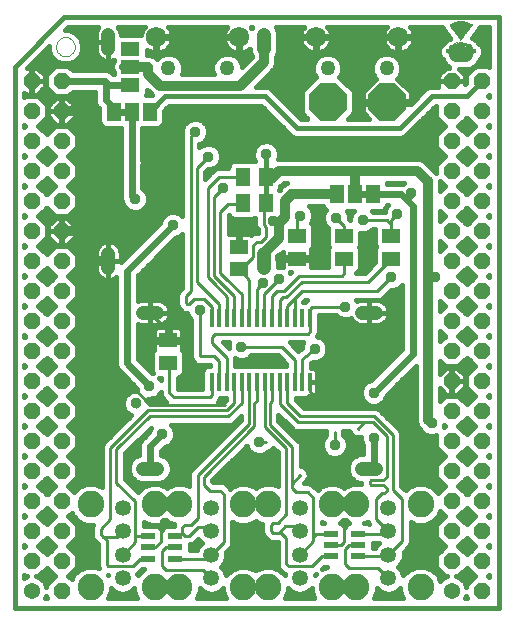
<source format=gbl>
G75*
%MOIN*%
%OFA0B0*%
%FSLAX24Y24*%
%IPPOS*%
%LPD*%
%AMOC8*
5,1,8,0,0,1.08239X$1,22.5*
%
%ADD10C,0.0160*%
%ADD11C,0.0000*%
%ADD12C,0.0540*%
%ADD13OC8,0.0540*%
%ADD14R,0.0138X0.0591*%
%ADD15OC8,0.1250*%
%ADD16C,0.0472*%
%ADD17R,0.0591X0.0512*%
%ADD18R,0.0512X0.0591*%
%ADD19R,0.0460X0.0630*%
%ADD20C,0.0531*%
%ADD21C,0.0886*%
%ADD22R,0.0630X0.0460*%
%ADD23C,0.0679*%
%ADD24C,0.0502*%
%ADD25R,0.0421X0.0004*%
%ADD26R,0.0465X0.0004*%
%ADD27R,0.0492X0.0004*%
%ADD28R,0.0516X0.0004*%
%ADD29R,0.0531X0.0004*%
%ADD30R,0.0547X0.0004*%
%ADD31R,0.0563X0.0004*%
%ADD32R,0.0575X0.0004*%
%ADD33R,0.0587X0.0004*%
%ADD34R,0.0598X0.0004*%
%ADD35R,0.0610X0.0004*%
%ADD36R,0.0618X0.0004*%
%ADD37R,0.0626X0.0004*%
%ADD38R,0.0638X0.0004*%
%ADD39R,0.0646X0.0004*%
%ADD40R,0.0650X0.0004*%
%ADD41R,0.0657X0.0004*%
%ADD42R,0.0665X0.0004*%
%ADD43R,0.0673X0.0004*%
%ADD44R,0.0677X0.0004*%
%ADD45R,0.0685X0.0004*%
%ADD46R,0.0689X0.0004*%
%ADD47R,0.0693X0.0004*%
%ADD48R,0.0701X0.0004*%
%ADD49R,0.0705X0.0004*%
%ADD50R,0.0709X0.0004*%
%ADD51R,0.0717X0.0004*%
%ADD52R,0.0720X0.0004*%
%ADD53R,0.0724X0.0004*%
%ADD54R,0.0728X0.0004*%
%ADD55R,0.0732X0.0004*%
%ADD56R,0.0736X0.0004*%
%ADD57R,0.0740X0.0004*%
%ADD58R,0.0744X0.0004*%
%ADD59R,0.0748X0.0004*%
%ADD60R,0.0752X0.0004*%
%ADD61R,0.0756X0.0004*%
%ADD62R,0.0760X0.0004*%
%ADD63R,0.0764X0.0004*%
%ADD64R,0.0768X0.0004*%
%ADD65R,0.0772X0.0004*%
%ADD66R,0.0776X0.0004*%
%ADD67R,0.0780X0.0004*%
%ADD68R,0.0783X0.0004*%
%ADD69R,0.0787X0.0004*%
%ADD70R,0.0791X0.0004*%
%ADD71R,0.0795X0.0004*%
%ADD72R,0.0799X0.0004*%
%ADD73R,0.0803X0.0004*%
%ADD74R,0.0807X0.0004*%
%ADD75R,0.0811X0.0004*%
%ADD76R,0.0815X0.0004*%
%ADD77R,0.0819X0.0004*%
%ADD78R,0.0823X0.0004*%
%ADD79R,0.0827X0.0004*%
%ADD80R,0.0831X0.0004*%
%ADD81R,0.0835X0.0004*%
%ADD82R,0.0839X0.0004*%
%ADD83R,0.0909X0.0004*%
%ADD84R,0.0937X0.0004*%
%ADD85R,0.0953X0.0004*%
%ADD86R,0.0961X0.0004*%
%ADD87R,0.0969X0.0004*%
%ADD88R,0.0976X0.0004*%
%ADD89R,0.0980X0.0004*%
%ADD90R,0.0984X0.0004*%
%ADD91R,0.0965X0.0004*%
%ADD92R,0.0957X0.0004*%
%ADD93R,0.0945X0.0004*%
%ADD94R,0.0921X0.0004*%
%ADD95R,0.0232X0.0004*%
%ADD96R,0.0555X0.0004*%
%ADD97R,0.0224X0.0004*%
%ADD98R,0.0543X0.0004*%
%ADD99R,0.0539X0.0004*%
%ADD100R,0.0220X0.0004*%
%ADD101R,0.0535X0.0004*%
%ADD102R,0.0528X0.0004*%
%ADD103R,0.0520X0.0004*%
%ADD104R,0.0512X0.0004*%
%ADD105R,0.0500X0.0004*%
%ADD106R,0.0488X0.0004*%
%ADD107R,0.0484X0.0004*%
%ADD108R,0.0476X0.0004*%
%ADD109R,0.0449X0.0004*%
%ADD110R,0.0370X0.0004*%
%ADD111R,0.0043X0.0004*%
%ADD112R,0.0228X0.0004*%
%ADD113R,0.0358X0.0004*%
%ADD114R,0.0350X0.0004*%
%ADD115R,0.0343X0.0004*%
%ADD116R,0.0331X0.0004*%
%ADD117R,0.0319X0.0004*%
%ADD118R,0.0311X0.0004*%
%ADD119R,0.0307X0.0004*%
%ADD120R,0.0303X0.0004*%
%ADD121R,0.0063X0.0004*%
%ADD122R,0.0130X0.0004*%
%ADD123R,0.0445X0.0004*%
%ADD124R,0.0437X0.0004*%
%ADD125R,0.0433X0.0004*%
%ADD126R,0.0362X0.0004*%
%ADD127R,0.0047X0.0004*%
%ADD128R,0.0354X0.0004*%
%ADD129R,0.0031X0.0004*%
%ADD130R,0.0346X0.0004*%
%ADD131R,0.0339X0.0004*%
%ADD132R,0.0055X0.0004*%
%ADD133R,0.0177X0.0004*%
%ADD134R,0.0035X0.0004*%
%ADD135R,0.0161X0.0004*%
%ADD136R,0.0051X0.0004*%
%ADD137R,0.0142X0.0004*%
%ADD138R,0.0118X0.0004*%
%ADD139R,0.0091X0.0004*%
%ADD140R,0.0024X0.0004*%
%ADD141R,0.0020X0.0004*%
%ADD142R,0.0008X0.0004*%
%ADD143R,0.0004X0.0004*%
%ADD144R,0.0012X0.0004*%
%ADD145R,0.0028X0.0004*%
%ADD146R,0.0059X0.0004*%
%ADD147R,0.0067X0.0004*%
%ADD148R,0.0075X0.0004*%
%ADD149R,0.0083X0.0004*%
%ADD150R,0.0098X0.0004*%
%ADD151R,0.0106X0.0004*%
%ADD152R,0.0114X0.0004*%
%ADD153R,0.0122X0.0004*%
%ADD154R,0.0138X0.0004*%
%ADD155R,0.0146X0.0004*%
%ADD156R,0.0154X0.0004*%
%ADD157R,0.0165X0.0004*%
%ADD158R,0.0169X0.0004*%
%ADD159R,0.0185X0.0004*%
%ADD160R,0.0189X0.0004*%
%ADD161R,0.0193X0.0004*%
%ADD162R,0.0201X0.0004*%
%ADD163R,0.0209X0.0004*%
%ADD164R,0.0213X0.0004*%
%ADD165R,0.0217X0.0004*%
%ADD166R,0.0236X0.0004*%
%ADD167R,0.0240X0.0004*%
%ADD168R,0.0248X0.0004*%
%ADD169R,0.0256X0.0004*%
%ADD170R,0.0264X0.0004*%
%ADD171R,0.0272X0.0004*%
%ADD172R,0.0280X0.0004*%
%ADD173R,0.0287X0.0004*%
%ADD174R,0.0295X0.0004*%
%ADD175R,0.0299X0.0004*%
%ADD176R,0.0126X0.0004*%
%ADD177R,0.0157X0.0004*%
%ADD178R,0.0134X0.0004*%
%ADD179R,0.0173X0.0004*%
%ADD180R,0.0366X0.0004*%
%ADD181R,0.0374X0.0004*%
%ADD182R,0.0382X0.0004*%
%ADD183R,0.0390X0.0004*%
%ADD184R,0.0394X0.0004*%
%ADD185R,0.0398X0.0004*%
%ADD186R,0.0406X0.0004*%
%ADD187R,0.0409X0.0004*%
%ADD188R,0.0417X0.0004*%
%ADD189R,0.0429X0.0004*%
%ADD190R,0.0441X0.0004*%
%ADD191R,0.0453X0.0004*%
%ADD192R,0.0457X0.0004*%
%ADD193R,0.0469X0.0004*%
%ADD194R,0.0480X0.0004*%
%ADD195R,0.0504X0.0004*%
%ADD196R,0.0508X0.0004*%
%ADD197R,0.0551X0.0004*%
%ADD198R,0.0567X0.0004*%
%ADD199R,0.0579X0.0004*%
%ADD200R,0.0413X0.0004*%
%ADD201R,0.0425X0.0004*%
%ADD202R,0.0181X0.0004*%
%ADD203R,0.0634X0.0004*%
%ADD204R,0.0654X0.0004*%
%ADD205R,0.0661X0.0004*%
%ADD206R,0.0669X0.0004*%
%ADD207R,0.0697X0.0004*%
%ADD208R,0.0244X0.0004*%
%ADD209R,0.0252X0.0004*%
%ADD210R,0.0461X0.0004*%
%ADD211R,0.0094X0.0004*%
%ADD212R,0.0622X0.0004*%
%ADD213R,0.0102X0.0004*%
%ADD214R,0.0630X0.0004*%
%ADD215R,0.0614X0.0004*%
%ADD216R,0.0583X0.0004*%
%ADD217R,0.0327X0.0004*%
%ADD218R,0.0472X0.0236*%
%ADD219C,0.0320*%
%ADD220C,0.0376*%
%ADD221C,0.0100*%
%ADD222C,0.0240*%
D10*
X002254Y004003D02*
X018396Y004003D01*
X018396Y023688D01*
X003907Y023688D01*
X002254Y022034D01*
X002254Y004003D01*
X002574Y005006D02*
X002675Y005048D01*
X002613Y005048D01*
X002574Y005088D01*
X002574Y005006D01*
X002974Y005048D02*
X003036Y005048D01*
X003325Y005337D01*
X003603Y005058D01*
X003315Y004769D01*
X003315Y004708D01*
X003257Y004847D01*
X003114Y004990D01*
X002974Y005048D01*
X003100Y005112D02*
X003549Y005112D01*
X003499Y004954D02*
X003150Y004954D01*
X003278Y004795D02*
X003341Y004795D01*
X003315Y004408D02*
X003315Y004347D01*
X003339Y004323D01*
X003279Y004323D01*
X003315Y004408D01*
X003259Y005271D02*
X003391Y005271D01*
X003325Y005779D02*
X003603Y006058D01*
X003325Y006337D01*
X003046Y006058D01*
X003325Y005779D01*
X003450Y005905D02*
X003199Y005905D01*
X003051Y006063D02*
X003598Y006063D01*
X003440Y006222D02*
X003210Y006222D01*
X003325Y006779D02*
X003603Y007058D01*
X003325Y007337D01*
X003046Y007058D01*
X003325Y006779D01*
X003248Y006856D02*
X003401Y006856D01*
X003560Y007014D02*
X003090Y007014D01*
X003161Y007173D02*
X003489Y007173D01*
X003330Y007331D02*
X003319Y007331D01*
X003325Y007779D02*
X003603Y008058D01*
X003325Y008337D01*
X003046Y008058D01*
X003325Y007779D01*
X003352Y007807D02*
X003297Y007807D01*
X003139Y007965D02*
X003511Y007965D01*
X003538Y008124D02*
X003112Y008124D01*
X003270Y008282D02*
X003379Y008282D01*
X003325Y008779D02*
X003603Y009058D01*
X003325Y009337D01*
X003046Y009058D01*
X003325Y008779D01*
X003188Y008916D02*
X003462Y008916D01*
X003587Y009075D02*
X003063Y009075D01*
X003221Y009233D02*
X003428Y009233D01*
X003325Y009779D02*
X003603Y010058D01*
X003325Y010337D01*
X003046Y010058D01*
X003325Y009779D01*
X003237Y009867D02*
X003413Y009867D01*
X003571Y010026D02*
X003078Y010026D01*
X003172Y010184D02*
X003477Y010184D01*
X004046Y010058D02*
X004335Y010347D01*
X004335Y010769D01*
X004046Y011058D01*
X004335Y011347D01*
X004335Y011769D01*
X004046Y012058D01*
X004335Y012347D01*
X004335Y012769D01*
X004046Y013058D01*
X004335Y013347D01*
X004335Y013769D01*
X004046Y014058D01*
X004335Y014347D01*
X004335Y014769D01*
X004046Y015058D01*
X004335Y015347D01*
X004335Y015769D01*
X004036Y016068D01*
X003613Y016068D01*
X003325Y015779D01*
X003046Y016058D01*
X003335Y016347D01*
X003335Y016769D01*
X003046Y017058D01*
X003325Y017337D01*
X003613Y017048D01*
X004036Y017048D01*
X004335Y017347D01*
X004335Y017769D01*
X004046Y018058D01*
X004335Y018347D01*
X004335Y018769D01*
X004046Y019058D01*
X004335Y019347D01*
X004335Y019769D01*
X004036Y020068D01*
X003613Y020068D01*
X003325Y019779D01*
X003046Y020058D01*
X003335Y020347D01*
X003335Y020769D01*
X003036Y021068D01*
X002613Y021068D01*
X002574Y021028D01*
X002574Y021173D01*
X002638Y021108D01*
X002815Y021108D01*
X002815Y021548D01*
X002835Y021548D01*
X002835Y021568D01*
X003275Y021568D01*
X003275Y021744D01*
X003011Y022008D01*
X002835Y022008D01*
X002835Y021568D01*
X002815Y021568D01*
X002815Y022008D01*
X002680Y022008D01*
X003392Y022720D01*
X003392Y022593D01*
X003476Y022389D01*
X003632Y022233D01*
X003836Y022149D01*
X004057Y022149D01*
X004261Y022233D01*
X004417Y022389D01*
X005032Y022389D01*
X005014Y022415D02*
X005052Y022362D01*
X005098Y022315D01*
X005151Y022277D01*
X005210Y022247D01*
X005272Y022227D01*
X005337Y022217D01*
X005370Y022217D01*
X005402Y022217D01*
X005467Y022227D01*
X005529Y022247D01*
X005557Y022261D01*
X005557Y022215D01*
X005515Y022114D01*
X005515Y021955D01*
X005557Y021854D01*
X005557Y021794D01*
X005532Y021794D01*
X005489Y021837D01*
X005463Y021863D01*
X005331Y021918D01*
X004186Y021918D01*
X004036Y022068D01*
X003613Y022068D01*
X003315Y021769D01*
X003315Y021347D01*
X003613Y021048D01*
X004036Y021048D01*
X004186Y021198D01*
X004925Y021198D01*
X004925Y020860D01*
X004980Y020728D01*
X005081Y020627D01*
X005081Y020627D01*
X005081Y020176D01*
X005118Y020087D01*
X005185Y020020D01*
X005274Y019983D01*
X005791Y019983D01*
X005791Y017672D01*
X005841Y017551D01*
X005841Y017540D01*
X005907Y017382D01*
X006027Y017262D01*
X006184Y017197D01*
X006355Y017197D01*
X006512Y017262D01*
X006632Y017382D01*
X006698Y017540D01*
X006698Y017710D01*
X006632Y017868D01*
X006512Y017988D01*
X006511Y017988D01*
X006511Y018767D01*
X006520Y018788D01*
X006520Y018903D01*
X006511Y018924D01*
X006511Y019983D01*
X007029Y019983D01*
X007117Y020020D01*
X007185Y020087D01*
X007221Y020176D01*
X007221Y020556D01*
X007396Y020730D01*
X010468Y020730D01*
X011392Y019806D01*
X011482Y019716D01*
X011600Y019667D01*
X015152Y019667D01*
X015270Y019716D01*
X016284Y020730D01*
X016315Y020730D01*
X016315Y020347D01*
X016603Y020058D01*
X016315Y019769D01*
X016315Y019347D01*
X016603Y019058D01*
X016315Y018769D01*
X016315Y018500D01*
X015906Y018909D01*
X015759Y018970D01*
X011040Y018970D01*
X011068Y019036D01*
X011068Y019206D01*
X011003Y019364D01*
X010882Y019484D01*
X010725Y019549D01*
X010554Y019549D01*
X010397Y019484D01*
X010277Y019364D01*
X010212Y019206D01*
X010212Y019036D01*
X010272Y018890D01*
X010246Y018879D01*
X010176Y018908D01*
X009568Y018908D01*
X009480Y018872D01*
X009413Y018804D01*
X009376Y018716D01*
X009376Y018663D01*
X009115Y018663D01*
X009107Y018666D01*
X009057Y018663D01*
X009007Y018663D01*
X009000Y018660D01*
X008992Y018660D01*
X008947Y018638D01*
X008901Y018619D01*
X008895Y018613D01*
X008888Y018610D01*
X008854Y018573D01*
X008819Y018537D01*
X008816Y018530D01*
X008607Y018298D01*
X008607Y018528D01*
X008693Y018614D01*
X008796Y018614D01*
X008953Y018679D01*
X009073Y018800D01*
X009139Y018957D01*
X009139Y019127D01*
X009073Y019285D01*
X008953Y019405D01*
X008796Y019470D01*
X008625Y019470D01*
X008468Y019405D01*
X008410Y019347D01*
X008410Y019461D01*
X008520Y019506D01*
X008640Y019627D01*
X008706Y019784D01*
X008706Y019954D01*
X008640Y020112D01*
X008520Y020232D01*
X008363Y020297D01*
X008192Y020297D01*
X008035Y020232D01*
X007914Y020112D01*
X007849Y019954D01*
X007849Y019816D01*
X007830Y019769D01*
X007830Y017064D01*
X007772Y017122D01*
X007615Y017187D01*
X007444Y017187D01*
X007287Y017122D01*
X007166Y017001D01*
X007101Y016844D01*
X007101Y016840D01*
X005786Y015524D01*
X005786Y015569D01*
X005370Y015569D01*
X005370Y015569D01*
X005786Y015569D01*
X005786Y015838D01*
X005776Y015903D01*
X005755Y015965D01*
X005726Y016023D01*
X005687Y016076D01*
X005641Y016123D01*
X005588Y016161D01*
X005529Y016191D01*
X005467Y016211D01*
X005402Y016222D01*
X005370Y016222D01*
X005370Y015569D01*
X005370Y014917D01*
X005402Y014917D01*
X005467Y014927D01*
X005529Y014947D01*
X005588Y014977D01*
X005634Y015011D01*
X005634Y012081D01*
X005689Y011949D01*
X005790Y011847D01*
X006314Y011324D01*
X006314Y011319D01*
X006346Y011242D01*
X006224Y011242D01*
X006066Y011177D01*
X005946Y011056D01*
X005881Y010899D01*
X005881Y010729D01*
X005946Y010571D01*
X006066Y010451D01*
X006137Y010422D01*
X005279Y009564D01*
X005197Y009482D01*
X005153Y009376D01*
X005153Y008035D01*
X004921Y008131D01*
X004649Y008131D01*
X004398Y008027D01*
X004238Y007866D01*
X004046Y008058D01*
X004335Y008347D01*
X004335Y008769D01*
X004046Y009058D01*
X004335Y009347D01*
X004335Y009769D01*
X004046Y010058D01*
X004078Y010026D02*
X005741Y010026D01*
X005899Y010184D02*
X004172Y010184D01*
X004331Y010343D02*
X006058Y010343D01*
X006016Y010501D02*
X004335Y010501D01*
X004335Y010660D02*
X005909Y010660D01*
X005881Y010818D02*
X004286Y010818D01*
X004127Y010977D02*
X005913Y010977D01*
X006025Y011135D02*
X004123Y011135D01*
X004282Y011294D02*
X006324Y011294D01*
X006185Y011452D02*
X004335Y011452D01*
X004335Y011611D02*
X006026Y011611D01*
X005868Y011769D02*
X004335Y011769D01*
X004176Y011928D02*
X005709Y011928D01*
X005790Y011847D02*
X005790Y011847D01*
X005634Y012086D02*
X004074Y012086D01*
X004233Y012245D02*
X005634Y012245D01*
X005634Y012403D02*
X004335Y012403D01*
X004335Y012562D02*
X005634Y012562D01*
X005634Y012720D02*
X004335Y012720D01*
X004225Y012879D02*
X005634Y012879D01*
X005634Y013037D02*
X004067Y013037D01*
X004184Y013196D02*
X005634Y013196D01*
X005634Y013354D02*
X004335Y013354D01*
X004335Y013513D02*
X005634Y013513D01*
X005634Y013671D02*
X004335Y013671D01*
X004274Y013830D02*
X005634Y013830D01*
X005634Y013988D02*
X004116Y013988D01*
X004135Y014147D02*
X005634Y014147D01*
X005634Y014305D02*
X004293Y014305D01*
X004335Y014464D02*
X005634Y014464D01*
X005634Y014622D02*
X004335Y014622D01*
X004323Y014781D02*
X005634Y014781D01*
X005634Y014939D02*
X005506Y014939D01*
X005370Y014939D02*
X005370Y014939D01*
X005370Y014917D02*
X005370Y015569D01*
X005370Y015569D01*
X005370Y015569D01*
X005370Y016222D01*
X005337Y016222D01*
X005272Y016211D01*
X005210Y016191D01*
X005151Y016161D01*
X005098Y016123D01*
X005052Y016076D01*
X005014Y016023D01*
X004984Y015965D01*
X004964Y015903D01*
X004953Y015838D01*
X004953Y015569D01*
X004953Y015300D01*
X004964Y015235D01*
X004984Y015173D01*
X005014Y015115D01*
X005052Y015062D01*
X005098Y015015D01*
X005151Y014977D01*
X005210Y014947D01*
X005272Y014927D01*
X005337Y014917D01*
X005370Y014917D01*
X005233Y014939D02*
X004165Y014939D01*
X004086Y015098D02*
X005026Y015098D01*
X004960Y015256D02*
X004244Y015256D01*
X004335Y015415D02*
X004953Y015415D01*
X004953Y015569D02*
X005370Y015569D01*
X005370Y015569D01*
X004953Y015569D01*
X004953Y015573D02*
X004335Y015573D01*
X004335Y015732D02*
X004953Y015732D01*
X004962Y015890D02*
X004214Y015890D01*
X004055Y016049D02*
X005032Y016049D01*
X005128Y016483D02*
X004852Y016483D01*
X005260Y016207D02*
X004110Y016207D01*
X004011Y016108D02*
X004275Y016372D01*
X004275Y016548D01*
X003835Y016548D01*
X003835Y016568D01*
X004275Y016568D01*
X004275Y016744D01*
X004011Y017008D01*
X003835Y017008D01*
X003835Y016568D01*
X003815Y016568D01*
X003815Y017008D01*
X003638Y017008D01*
X003375Y016744D01*
X003375Y016568D01*
X003815Y016568D01*
X003815Y016548D01*
X003835Y016548D01*
X003835Y016108D01*
X004011Y016108D01*
X003815Y016108D02*
X003815Y016548D01*
X003375Y016548D01*
X003375Y016372D01*
X003638Y016108D01*
X003815Y016108D01*
X003815Y016207D02*
X003835Y016207D01*
X003835Y016366D02*
X003815Y016366D01*
X003815Y016524D02*
X003835Y016524D01*
X003835Y016683D02*
X003815Y016683D01*
X003815Y016841D02*
X003835Y016841D01*
X003835Y017000D02*
X003815Y017000D01*
X003630Y017000D02*
X003104Y017000D01*
X003146Y017158D02*
X003503Y017158D01*
X003345Y017317D02*
X003305Y017317D01*
X003325Y017779D02*
X003603Y018058D01*
X003325Y018337D01*
X003046Y018058D01*
X003325Y017779D01*
X003312Y017792D02*
X003338Y017792D01*
X003496Y017951D02*
X003153Y017951D01*
X003097Y018109D02*
X003552Y018109D01*
X003394Y018268D02*
X003256Y018268D01*
X003325Y018779D02*
X003603Y019058D01*
X003325Y019337D01*
X003046Y019058D01*
X003325Y018779D01*
X003202Y018902D02*
X003447Y018902D01*
X003601Y019060D02*
X003048Y019060D01*
X003207Y019219D02*
X003443Y019219D01*
X003398Y019853D02*
X003251Y019853D01*
X003093Y020011D02*
X003557Y020011D01*
X003638Y020108D02*
X003375Y020372D01*
X003375Y020548D01*
X003815Y020548D01*
X003835Y020548D01*
X003835Y020568D01*
X004275Y020568D01*
X004275Y020744D01*
X004011Y021008D01*
X003835Y021008D01*
X003835Y020568D01*
X003815Y020568D01*
X003815Y021008D01*
X003638Y021008D01*
X003375Y020744D01*
X003375Y020568D01*
X003815Y020568D01*
X003815Y020548D01*
X003815Y020108D01*
X003638Y020108D01*
X003576Y020170D02*
X003158Y020170D01*
X003316Y020328D02*
X003418Y020328D01*
X003375Y020487D02*
X003335Y020487D01*
X003335Y020645D02*
X003375Y020645D01*
X003434Y020804D02*
X003300Y020804D01*
X003142Y020962D02*
X003593Y020962D01*
X003541Y021121D02*
X003024Y021121D01*
X003011Y021108D02*
X003275Y021372D01*
X003275Y021548D01*
X002835Y021548D01*
X002835Y021108D01*
X003011Y021108D01*
X002835Y021121D02*
X002815Y021121D01*
X002815Y021279D02*
X002835Y021279D01*
X002835Y021438D02*
X002815Y021438D01*
X002815Y021596D02*
X002835Y021596D01*
X002835Y021755D02*
X002815Y021755D01*
X002815Y021913D02*
X002835Y021913D01*
X002744Y022072D02*
X005515Y022072D01*
X005532Y021913D02*
X005342Y021913D01*
X005370Y022217D02*
X005370Y022869D01*
X005370Y022217D01*
X005370Y022230D02*
X005370Y022230D01*
X005478Y022230D02*
X005557Y022230D01*
X005370Y022389D02*
X005370Y022389D01*
X005370Y022547D02*
X005370Y022547D01*
X005370Y022706D02*
X005370Y022706D01*
X005370Y022864D02*
X005370Y022864D01*
X005370Y022869D02*
X005370Y022869D01*
X004953Y022869D01*
X004953Y022600D01*
X004964Y022535D01*
X004984Y022473D01*
X005014Y022415D01*
X004962Y022547D02*
X004483Y022547D01*
X004502Y022593D02*
X004502Y022814D01*
X004417Y023018D01*
X004261Y023174D01*
X004057Y023259D01*
X003931Y023259D01*
X004040Y023368D01*
X005046Y023368D01*
X005014Y023323D01*
X004984Y023265D01*
X004964Y023203D01*
X004953Y023138D01*
X004953Y022869D01*
X005370Y022869D01*
X005370Y022869D01*
X004953Y022864D02*
X004481Y022864D01*
X004502Y022706D02*
X004953Y022706D01*
X004953Y023023D02*
X004412Y023023D01*
X004244Y023181D02*
X004960Y023181D01*
X005026Y023340D02*
X004012Y023340D01*
X003392Y022706D02*
X003378Y022706D01*
X003411Y022547D02*
X003219Y022547D01*
X003061Y022389D02*
X003477Y022389D01*
X003639Y022230D02*
X002902Y022230D01*
X003106Y021913D02*
X003459Y021913D01*
X003315Y021755D02*
X003264Y021755D01*
X003275Y021596D02*
X003315Y021596D01*
X003315Y021438D02*
X003275Y021438D01*
X003182Y021279D02*
X003382Y021279D01*
X003815Y020962D02*
X003835Y020962D01*
X003835Y020804D02*
X003815Y020804D01*
X003815Y020645D02*
X003835Y020645D01*
X003835Y020548D02*
X004275Y020548D01*
X004275Y020372D01*
X004011Y020108D01*
X003835Y020108D01*
X003835Y020548D01*
X003835Y020487D02*
X003815Y020487D01*
X003815Y020328D02*
X003835Y020328D01*
X003835Y020170D02*
X003815Y020170D01*
X004073Y020170D02*
X005084Y020170D01*
X005081Y020328D02*
X004231Y020328D01*
X004275Y020487D02*
X005081Y020487D01*
X005063Y020645D02*
X004275Y020645D01*
X004215Y020804D02*
X004949Y020804D01*
X004925Y020962D02*
X004057Y020962D01*
X004109Y021121D02*
X004925Y021121D01*
X005206Y020011D02*
X004093Y020011D01*
X004251Y019853D02*
X005791Y019853D01*
X005791Y019694D02*
X004335Y019694D01*
X004335Y019536D02*
X005791Y019536D01*
X005791Y019377D02*
X004335Y019377D01*
X004207Y019219D02*
X005791Y019219D01*
X005791Y019060D02*
X004048Y019060D01*
X004202Y018902D02*
X005791Y018902D01*
X005791Y018743D02*
X004335Y018743D01*
X004335Y018585D02*
X005791Y018585D01*
X005791Y018426D02*
X004335Y018426D01*
X004256Y018268D02*
X005791Y018268D01*
X005791Y018109D02*
X004097Y018109D01*
X004153Y017951D02*
X005791Y017951D01*
X005791Y017792D02*
X004312Y017792D01*
X004335Y017634D02*
X005807Y017634D01*
X005868Y017475D02*
X004335Y017475D01*
X004305Y017317D02*
X005972Y017317D01*
X006567Y017317D02*
X007830Y017317D01*
X007830Y017475D02*
X006671Y017475D01*
X006698Y017634D02*
X007830Y017634D01*
X007830Y017792D02*
X006664Y017792D01*
X006549Y017951D02*
X007830Y017951D01*
X007830Y018109D02*
X006511Y018109D01*
X006511Y018268D02*
X007830Y018268D01*
X007830Y018426D02*
X006511Y018426D01*
X006511Y018585D02*
X007830Y018585D01*
X007830Y018743D02*
X006511Y018743D01*
X006520Y018902D02*
X007830Y018902D01*
X007830Y019060D02*
X006511Y019060D01*
X006511Y019219D02*
X007830Y019219D01*
X007830Y019377D02*
X006511Y019377D01*
X006511Y019536D02*
X007830Y019536D01*
X007830Y019694D02*
X006511Y019694D01*
X006511Y019853D02*
X007849Y019853D01*
X007873Y020011D02*
X007097Y020011D01*
X007219Y020170D02*
X007973Y020170D01*
X007311Y020645D02*
X010552Y020645D01*
X010711Y020487D02*
X007221Y020487D01*
X007221Y020328D02*
X010869Y020328D01*
X011028Y020170D02*
X008582Y020170D01*
X008682Y020011D02*
X011186Y020011D01*
X011345Y019853D02*
X008706Y019853D01*
X008668Y019694D02*
X011534Y019694D01*
X011663Y019987D02*
X015088Y019987D01*
X016151Y021050D01*
X017317Y021050D01*
X017825Y021558D01*
X017459Y021913D02*
X017106Y021913D01*
X017061Y021958D02*
X017394Y021958D01*
X017404Y021962D01*
X017418Y021962D01*
X017427Y021966D01*
X017429Y021966D01*
X017439Y021970D01*
X017441Y021970D01*
X017530Y022006D01*
X017531Y022007D01*
X017537Y022010D01*
X017539Y022011D01*
X017545Y022014D01*
X017546Y022015D01*
X017553Y022018D01*
X017554Y022019D01*
X017561Y022022D01*
X017565Y022026D01*
X017566Y022027D01*
X017573Y022030D01*
X017577Y022034D01*
X017581Y022038D01*
X017585Y022042D01*
X017586Y022043D01*
X017590Y022044D01*
X017315Y021769D01*
X017315Y021501D01*
X017275Y021461D01*
X017275Y021548D01*
X016835Y021548D01*
X016835Y021568D01*
X017275Y021568D01*
X017275Y021744D01*
X017061Y021958D01*
X017264Y021755D02*
X017315Y021755D01*
X017315Y021596D02*
X017275Y021596D01*
X016815Y021568D02*
X016815Y021548D01*
X016375Y021548D01*
X016375Y021372D01*
X016376Y021370D01*
X016088Y021370D01*
X015970Y021321D01*
X015880Y021231D01*
X015452Y020803D01*
X014705Y020803D01*
X014705Y020903D01*
X015460Y020903D01*
X015460Y021187D01*
X015006Y021641D01*
X015072Y021707D01*
X015146Y021888D01*
X015146Y022083D01*
X015072Y022263D01*
X014934Y022401D01*
X014753Y022476D01*
X014558Y022476D01*
X014377Y022401D01*
X014239Y022263D01*
X014164Y022083D01*
X014164Y021888D01*
X014239Y021707D01*
X014305Y021641D01*
X013850Y021187D01*
X013850Y020903D01*
X014605Y020903D01*
X014605Y020803D01*
X013850Y020803D01*
X013850Y020520D01*
X014063Y020307D01*
X013364Y020307D01*
X013552Y020495D01*
X013552Y021212D01*
X013080Y021684D01*
X013103Y021707D01*
X013178Y021888D01*
X013178Y022083D01*
X013103Y022263D01*
X012965Y022401D01*
X012785Y022476D01*
X012589Y022476D01*
X012409Y022401D01*
X012271Y022263D01*
X012196Y022083D01*
X012196Y021888D01*
X012271Y021707D01*
X012294Y021684D01*
X011822Y021212D01*
X011822Y020495D01*
X012010Y020307D01*
X011796Y020307D01*
X010782Y021321D01*
X010664Y021370D01*
X010305Y021370D01*
X010796Y021861D01*
X010909Y021974D01*
X010970Y022121D01*
X010970Y022359D01*
X010973Y022363D01*
X011046Y022538D01*
X011046Y023200D01*
X010976Y023368D01*
X011908Y023368D01*
X011897Y023357D01*
X011849Y023291D01*
X011812Y023218D01*
X011786Y023140D01*
X011774Y023060D01*
X011774Y023052D01*
X012260Y023052D01*
X012260Y022986D01*
X011774Y022986D01*
X011774Y022978D01*
X011786Y022897D01*
X011812Y022819D01*
X011849Y022746D01*
X011897Y022680D01*
X011955Y022622D01*
X012021Y022574D01*
X012094Y022537D01*
X012172Y022512D01*
X012252Y022499D01*
X012260Y022499D01*
X012260Y022986D01*
X012326Y022986D01*
X012326Y023052D01*
X012813Y023052D01*
X012813Y023060D01*
X012800Y023140D01*
X012775Y023218D01*
X012738Y023291D01*
X012689Y023357D01*
X012679Y023368D01*
X014664Y023368D01*
X014653Y023357D01*
X014605Y023291D01*
X014568Y023218D01*
X014542Y023140D01*
X014530Y023060D01*
X014530Y023052D01*
X015016Y023052D01*
X015016Y022986D01*
X014530Y022986D01*
X014530Y022978D01*
X014542Y022897D01*
X014568Y022819D01*
X014605Y022746D01*
X014653Y022680D01*
X014711Y022622D01*
X014777Y022574D01*
X014850Y022537D01*
X014927Y022512D01*
X015008Y022499D01*
X015016Y022499D01*
X015016Y022986D01*
X015082Y022986D01*
X015082Y023052D01*
X015569Y023052D01*
X015569Y023060D01*
X015556Y023140D01*
X015531Y023218D01*
X015493Y023291D01*
X015445Y023357D01*
X015435Y023368D01*
X016516Y023368D01*
X016516Y023351D01*
X016552Y023263D01*
X016557Y023258D01*
X016560Y023251D01*
X016569Y023242D01*
X016572Y023235D01*
X016581Y023226D01*
X016584Y023219D01*
X016592Y023211D01*
X016593Y023210D01*
X016596Y023204D01*
X016605Y023195D01*
X016607Y023188D01*
X016616Y023179D01*
X016619Y023172D01*
X016628Y023163D01*
X016631Y023156D01*
X016640Y023147D01*
X016643Y023141D01*
X016652Y023132D01*
X016655Y023125D01*
X016664Y023116D01*
X016666Y023109D01*
X016676Y023100D01*
X016678Y023093D01*
X016683Y023088D01*
X016686Y023082D01*
X016695Y023073D01*
X016698Y023066D01*
X016707Y023057D01*
X016710Y023050D01*
X016719Y023041D01*
X016722Y023034D01*
X016731Y023025D01*
X016733Y023019D01*
X016742Y023010D01*
X016745Y023003D01*
X016754Y022994D01*
X016757Y022987D01*
X016766Y022978D01*
X016766Y022977D01*
X016754Y022965D01*
X016746Y022961D01*
X016743Y022961D01*
X016655Y022925D01*
X016654Y022924D01*
X016647Y022921D01*
X016646Y022920D01*
X016640Y022917D01*
X016572Y022850D01*
X016568Y022846D01*
X016564Y022842D01*
X016560Y022838D01*
X016556Y022834D01*
X016552Y022830D01*
X016548Y022826D01*
X016546Y022819D01*
X016544Y022818D01*
X016541Y022814D01*
X016538Y022807D01*
X016537Y022806D01*
X016535Y022803D01*
X016525Y022799D01*
X016458Y022731D01*
X016454Y022727D01*
X016450Y022724D01*
X016446Y022720D01*
X016442Y022716D01*
X016406Y022627D01*
X016406Y022625D01*
X016402Y022616D01*
X016402Y022469D01*
X016406Y022459D01*
X016406Y022457D01*
X016442Y022369D01*
X016510Y022301D01*
X016514Y022298D01*
X016517Y022294D01*
X016518Y022293D01*
X016520Y022289D01*
X016520Y022288D01*
X016556Y022200D01*
X016557Y022199D01*
X016560Y022192D01*
X016561Y022191D01*
X016564Y022184D01*
X016565Y022183D01*
X016568Y022176D01*
X016569Y022175D01*
X016572Y022168D01*
X016577Y022163D01*
X016580Y022156D01*
X016585Y022151D01*
X016588Y022145D01*
X016593Y022139D01*
X016596Y022133D01*
X016663Y022065D01*
X016667Y022061D01*
X016671Y022057D01*
X016675Y022053D01*
X016679Y022049D01*
X016683Y022046D01*
X016687Y022042D01*
X016691Y022038D01*
X016695Y022034D01*
X016701Y022031D01*
X016703Y022030D01*
X016706Y022026D01*
X016713Y022023D01*
X016714Y022022D01*
X016718Y022018D01*
X016725Y022015D01*
X016726Y022014D01*
X016733Y022011D01*
X016734Y022010D01*
X016739Y022008D01*
X016638Y022008D01*
X016375Y021744D01*
X016375Y021568D01*
X016815Y021568D01*
X016544Y021913D02*
X015146Y021913D01*
X015146Y022072D02*
X016656Y022072D01*
X016543Y022230D02*
X015085Y022230D01*
X014946Y022389D02*
X016434Y022389D01*
X016517Y022294D02*
X016517Y022294D01*
X016402Y022547D02*
X015269Y022547D01*
X015249Y022537D02*
X015321Y022574D01*
X015388Y022622D01*
X015445Y022680D01*
X015493Y022746D01*
X015531Y022819D01*
X015556Y022897D01*
X015569Y022978D01*
X015569Y022986D01*
X015082Y022986D01*
X015082Y022499D01*
X015090Y022499D01*
X015171Y022512D01*
X015249Y022537D01*
X015082Y022547D02*
X015016Y022547D01*
X015016Y022706D02*
X015082Y022706D01*
X015082Y022864D02*
X015016Y022864D01*
X015016Y023023D02*
X012326Y023023D01*
X012326Y022986D02*
X012813Y022986D01*
X012813Y022978D01*
X012800Y022897D01*
X012775Y022819D01*
X012738Y022746D01*
X012689Y022680D01*
X012632Y022622D01*
X012565Y022574D01*
X012493Y022537D01*
X012415Y022512D01*
X012334Y022499D01*
X012326Y022499D01*
X012326Y022986D01*
X012260Y023023D02*
X011046Y023023D01*
X011046Y023181D02*
X011800Y023181D01*
X011884Y023340D02*
X010988Y023340D01*
X011046Y022864D02*
X011797Y022864D01*
X011878Y022706D02*
X011046Y022706D01*
X011046Y022547D02*
X012074Y022547D01*
X012260Y022547D02*
X012326Y022547D01*
X012326Y022706D02*
X012260Y022706D01*
X012260Y022864D02*
X012326Y022864D01*
X012513Y022547D02*
X014829Y022547D01*
X014634Y022706D02*
X012708Y022706D01*
X012789Y022864D02*
X014553Y022864D01*
X014556Y023181D02*
X012787Y023181D01*
X012702Y023340D02*
X014640Y023340D01*
X015082Y023023D02*
X016732Y023023D01*
X016614Y023181D02*
X015542Y023181D01*
X015458Y023340D02*
X016520Y023340D01*
X016592Y023211D02*
X016592Y023211D01*
X016587Y022864D02*
X015545Y022864D01*
X015464Y022706D02*
X016438Y022706D01*
X016385Y021755D02*
X015091Y021755D01*
X015051Y021596D02*
X016375Y021596D01*
X016375Y021438D02*
X015209Y021438D01*
X015368Y021279D02*
X015928Y021279D01*
X015770Y021121D02*
X015460Y021121D01*
X015460Y020962D02*
X015611Y020962D01*
X015453Y020804D02*
X014705Y020804D01*
X014605Y020804D02*
X013552Y020804D01*
X013552Y020962D02*
X013850Y020962D01*
X013850Y021121D02*
X013552Y021121D01*
X013484Y021279D02*
X013943Y021279D01*
X014102Y021438D02*
X013326Y021438D01*
X013167Y021596D02*
X014260Y021596D01*
X014219Y021755D02*
X013123Y021755D01*
X013178Y021913D02*
X014164Y021913D01*
X014164Y022072D02*
X013178Y022072D01*
X013117Y022230D02*
X014226Y022230D01*
X014365Y022389D02*
X012977Y022389D01*
X012396Y022389D02*
X010984Y022389D01*
X010970Y022230D02*
X012257Y022230D01*
X012196Y022072D02*
X010949Y022072D01*
X010848Y021913D02*
X012196Y021913D01*
X012251Y021755D02*
X010690Y021755D01*
X010531Y021596D02*
X012207Y021596D01*
X012048Y021438D02*
X010373Y021438D01*
X010600Y021050D02*
X011663Y019987D01*
X011775Y020328D02*
X011988Y020328D01*
X011830Y020487D02*
X011616Y020487D01*
X011458Y020645D02*
X011822Y020645D01*
X011822Y020804D02*
X011299Y020804D01*
X011141Y020962D02*
X011822Y020962D01*
X011822Y021121D02*
X010982Y021121D01*
X010824Y021279D02*
X011890Y021279D01*
X010600Y021050D02*
X007263Y021050D01*
X006751Y020538D01*
X006842Y021093D02*
X006641Y021093D01*
X006667Y021157D01*
X006667Y021268D01*
X006757Y021178D01*
X006842Y021093D01*
X006814Y021121D02*
X006652Y021121D01*
X006998Y022305D02*
X006929Y022374D01*
X006782Y022434D01*
X006667Y022434D01*
X006667Y022603D01*
X006706Y022574D01*
X006779Y022537D01*
X006857Y022512D01*
X006937Y022499D01*
X006945Y022499D01*
X006945Y022986D01*
X007011Y022986D01*
X007011Y023052D01*
X007498Y023052D01*
X007498Y023060D01*
X007485Y023140D01*
X007460Y023218D01*
X007423Y023291D01*
X007375Y023357D01*
X007364Y023368D01*
X009349Y023368D01*
X009338Y023357D01*
X009290Y023291D01*
X009253Y023218D01*
X009227Y023140D01*
X009215Y023060D01*
X009215Y023052D01*
X009701Y023052D01*
X009701Y022986D01*
X009215Y022986D01*
X009215Y022978D01*
X009227Y022897D01*
X009253Y022819D01*
X009290Y022746D01*
X009338Y022680D01*
X009396Y022622D01*
X009462Y022574D01*
X009535Y022537D01*
X009612Y022512D01*
X009693Y022499D01*
X009701Y022499D01*
X009701Y022986D01*
X009767Y022986D01*
X009767Y022499D01*
X009775Y022499D01*
X009856Y022512D01*
X009934Y022537D01*
X010006Y022574D01*
X010073Y022622D01*
X010093Y022643D01*
X010093Y022538D01*
X010166Y022363D01*
X009831Y022028D01*
X009831Y022083D01*
X009757Y022263D01*
X009619Y022401D01*
X009438Y022476D01*
X009243Y022476D01*
X009062Y022401D01*
X008924Y022263D01*
X008849Y022083D01*
X008849Y021888D01*
X008884Y021805D01*
X007828Y021805D01*
X007863Y021888D01*
X007863Y022083D01*
X007788Y022263D01*
X007650Y022401D01*
X007470Y022476D01*
X007274Y022476D01*
X007094Y022401D01*
X006998Y022305D01*
X007081Y022389D02*
X006892Y022389D01*
X007011Y022499D02*
X007019Y022499D01*
X007100Y022512D01*
X007178Y022537D01*
X007251Y022574D01*
X007317Y022622D01*
X007375Y022680D01*
X007423Y022746D01*
X007460Y022819D01*
X007485Y022897D01*
X007498Y022978D01*
X007498Y022986D01*
X007011Y022986D01*
X007011Y022499D01*
X007011Y022547D02*
X006945Y022547D01*
X006945Y022706D02*
X007011Y022706D01*
X007011Y022864D02*
X006945Y022864D01*
X007011Y023023D02*
X009701Y023023D01*
X009701Y022864D02*
X009767Y022864D01*
X009767Y022706D02*
X009701Y022706D01*
X009701Y022547D02*
X009767Y022547D01*
X009954Y022547D02*
X010093Y022547D01*
X010155Y022389D02*
X009631Y022389D01*
X009514Y022547D02*
X007198Y022547D01*
X007393Y022706D02*
X009319Y022706D01*
X009238Y022864D02*
X007474Y022864D01*
X007472Y023181D02*
X009241Y023181D01*
X009325Y023340D02*
X007387Y023340D01*
X006593Y023368D02*
X006582Y023357D01*
X006534Y023291D01*
X006497Y023218D01*
X006471Y023140D01*
X006466Y023104D01*
X005786Y023104D01*
X005786Y023138D01*
X005776Y023203D01*
X005755Y023265D01*
X005726Y023323D01*
X005693Y023368D01*
X006593Y023368D01*
X006569Y023340D02*
X005714Y023340D01*
X005779Y023181D02*
X006485Y023181D01*
X006667Y022547D02*
X006759Y022547D01*
X007663Y022389D02*
X009050Y022389D01*
X008911Y022230D02*
X007802Y022230D01*
X007863Y022072D02*
X008849Y022072D01*
X008849Y021913D02*
X007863Y021913D01*
X009770Y022230D02*
X010034Y022230D01*
X010166Y022363D02*
X010166Y022363D01*
X009875Y022072D02*
X009831Y022072D01*
X010148Y023333D02*
X010130Y023357D01*
X010120Y023368D01*
X010163Y023368D01*
X010148Y023333D01*
X010151Y023340D02*
X010143Y023340D01*
X010523Y019536D02*
X008550Y019536D01*
X008440Y019377D02*
X008410Y019377D01*
X008981Y019377D02*
X010291Y019377D01*
X010217Y019219D02*
X009101Y019219D01*
X009139Y019060D02*
X010212Y019060D01*
X010191Y018902D02*
X010267Y018902D01*
X010620Y019101D02*
X010620Y018373D01*
X010620Y017507D01*
X010271Y016990D02*
X010246Y017001D01*
X010176Y016972D01*
X009568Y016972D01*
X009480Y017008D01*
X009413Y017076D01*
X009408Y017086D01*
X009394Y017072D01*
X009394Y016461D01*
X009415Y016466D01*
X009686Y016466D01*
X009686Y016078D01*
X009782Y016078D01*
X009782Y016466D01*
X010053Y016466D01*
X010099Y016454D01*
X010138Y016431D01*
X010160Y016454D01*
X010267Y016498D01*
X010350Y016498D01*
X010350Y016560D01*
X010315Y016595D01*
X010271Y016701D01*
X010271Y016990D01*
X010248Y017000D02*
X010244Y017000D01*
X010271Y016841D02*
X009394Y016841D01*
X009394Y016683D02*
X010278Y016683D01*
X010350Y016524D02*
X009394Y016524D01*
X009686Y016366D02*
X009782Y016366D01*
X009782Y016207D02*
X009686Y016207D01*
X009734Y016031D02*
X009734Y016011D01*
X009500Y017000D02*
X009394Y017000D01*
X008723Y018426D02*
X008607Y018426D01*
X008663Y018585D02*
X008865Y018585D01*
X009017Y018743D02*
X009387Y018743D01*
X009553Y018902D02*
X009116Y018902D01*
X007830Y017158D02*
X007683Y017158D01*
X007375Y017158D02*
X004146Y017158D01*
X004019Y017000D02*
X007166Y017000D01*
X007101Y016841D02*
X004178Y016841D01*
X004275Y016683D02*
X006944Y016683D01*
X006786Y016524D02*
X004275Y016524D01*
X004269Y016366D02*
X006627Y016366D01*
X006469Y016207D02*
X005479Y016207D01*
X005370Y016207D02*
X005370Y016207D01*
X005370Y016049D02*
X005370Y016049D01*
X005370Y015890D02*
X005370Y015890D01*
X005370Y015732D02*
X005370Y015732D01*
X005370Y015573D02*
X005370Y015573D01*
X005370Y015415D02*
X005370Y015415D01*
X005370Y015256D02*
X005370Y015256D01*
X005370Y015098D02*
X005370Y015098D01*
X005786Y015573D02*
X005835Y015573D01*
X005786Y015732D02*
X005993Y015732D01*
X006152Y015890D02*
X005777Y015890D01*
X005707Y016049D02*
X006310Y016049D01*
X006853Y015573D02*
X007830Y015573D01*
X007830Y015415D02*
X006695Y015415D01*
X006536Y015256D02*
X007830Y015256D01*
X007830Y015098D02*
X006378Y015098D01*
X006354Y015074D02*
X007610Y016331D01*
X007615Y016331D01*
X007772Y016396D01*
X007830Y016454D01*
X007830Y014674D01*
X007717Y014561D01*
X007672Y014454D01*
X007672Y014103D01*
X007717Y013996D01*
X007798Y013915D01*
X007838Y013875D01*
X007944Y013831D01*
X008010Y013831D01*
X008072Y013682D01*
X008145Y013609D01*
X008145Y012331D01*
X008189Y012225D01*
X008271Y012143D01*
X008377Y012099D01*
X008493Y012099D01*
X008782Y012099D01*
X008782Y012059D01*
X008704Y012059D01*
X008616Y012023D01*
X008548Y011955D01*
X008512Y011867D01*
X008512Y011301D01*
X007701Y011301D01*
X007701Y011676D01*
X007715Y011676D01*
X007803Y011713D01*
X007871Y011780D01*
X007907Y011869D01*
X007907Y012476D01*
X007871Y012564D01*
X007836Y012599D01*
X007847Y012641D01*
X007847Y012872D01*
X007420Y012872D01*
X007420Y012968D01*
X007847Y012968D01*
X007847Y013200D01*
X007835Y013246D01*
X007811Y013287D01*
X007778Y013320D01*
X007737Y013344D01*
X007691Y013356D01*
X007420Y013356D01*
X007420Y012968D01*
X007324Y012968D01*
X007324Y012872D01*
X006897Y012872D01*
X006897Y012641D01*
X006908Y012599D01*
X006873Y012564D01*
X006837Y012476D01*
X006837Y011869D01*
X006857Y011820D01*
X006827Y011833D01*
X006823Y011833D01*
X006354Y012302D01*
X006354Y013466D01*
X006377Y013454D01*
X006439Y013434D01*
X006504Y013424D01*
X006773Y013424D01*
X007042Y013424D01*
X007106Y013434D01*
X007169Y013454D01*
X007227Y013484D01*
X007280Y013522D01*
X007326Y013569D01*
X007365Y013622D01*
X007395Y013680D01*
X007415Y013742D01*
X007425Y013807D01*
X007425Y013840D01*
X007425Y013873D01*
X007415Y013937D01*
X007395Y014000D01*
X007365Y014058D01*
X007326Y014111D01*
X007280Y014157D01*
X007227Y014196D01*
X007169Y014226D01*
X007106Y014246D01*
X007042Y014256D01*
X006773Y014256D01*
X006773Y013840D01*
X007425Y013840D01*
X006773Y013840D01*
X006773Y013840D01*
X006773Y013840D01*
X006773Y013424D01*
X006773Y013840D01*
X006773Y013840D01*
X006773Y014256D01*
X006504Y014256D01*
X006439Y014246D01*
X006377Y014226D01*
X006354Y014214D01*
X006354Y015074D01*
X006354Y014939D02*
X007830Y014939D01*
X007830Y014781D02*
X006354Y014781D01*
X006354Y014622D02*
X007778Y014622D01*
X007676Y014464D02*
X006354Y014464D01*
X006354Y014305D02*
X007672Y014305D01*
X007672Y014147D02*
X007291Y014147D01*
X007398Y013988D02*
X007724Y013988D01*
X007798Y013915D02*
X007798Y013915D01*
X008011Y013830D02*
X007425Y013830D01*
X007390Y013671D02*
X008082Y013671D01*
X008145Y013513D02*
X007267Y013513D01*
X007324Y013356D02*
X007053Y013356D01*
X007007Y013344D01*
X006966Y013320D01*
X006933Y013287D01*
X006909Y013246D01*
X006897Y013200D01*
X006897Y012968D01*
X007324Y012968D01*
X007324Y013356D01*
X007324Y013354D02*
X007420Y013354D01*
X007420Y013196D02*
X007324Y013196D01*
X007324Y013037D02*
X007420Y013037D01*
X007420Y012879D02*
X008145Y012879D01*
X008145Y013037D02*
X007847Y013037D01*
X007847Y013196D02*
X008145Y013196D01*
X008145Y013354D02*
X007697Y013354D01*
X007324Y012879D02*
X006354Y012879D01*
X006354Y013037D02*
X006897Y013037D01*
X006897Y013196D02*
X006354Y013196D01*
X006354Y013354D02*
X007047Y013354D01*
X006773Y013513D02*
X006773Y013513D01*
X006773Y013671D02*
X006773Y013671D01*
X006773Y013830D02*
X006773Y013830D01*
X006773Y013988D02*
X006773Y013988D01*
X006773Y014147D02*
X006773Y014147D01*
X006897Y012720D02*
X006354Y012720D01*
X006354Y012562D02*
X006872Y012562D01*
X006837Y012403D02*
X006354Y012403D01*
X006411Y012245D02*
X006837Y012245D01*
X006837Y012086D02*
X006569Y012086D01*
X006728Y011928D02*
X006837Y011928D01*
X007076Y011676D02*
X007121Y011676D01*
X007121Y011608D01*
X007105Y011647D01*
X007076Y011676D01*
X007120Y011611D02*
X007121Y011611D01*
X007121Y011202D02*
X007121Y011111D01*
X007165Y011004D01*
X007247Y010922D01*
X007302Y010868D01*
X006760Y010868D01*
X006737Y010868D01*
X006737Y010899D01*
X006705Y010976D01*
X006827Y010976D01*
X006984Y011042D01*
X007105Y011162D01*
X007121Y011202D01*
X007121Y011135D02*
X007078Y011135D01*
X007193Y010977D02*
X006828Y010977D01*
X006795Y009991D02*
X006747Y009876D01*
X006747Y009871D01*
X006468Y009592D01*
X006413Y009460D01*
X006413Y009104D01*
X006267Y009044D01*
X006133Y008910D01*
X006060Y008735D01*
X006060Y008545D01*
X006133Y008370D01*
X006267Y008236D01*
X006442Y008164D01*
X007104Y008164D01*
X007279Y008236D01*
X007413Y008370D01*
X007485Y008545D01*
X007485Y008735D01*
X007413Y008910D01*
X007279Y009044D01*
X007133Y009104D01*
X007133Y009239D01*
X007256Y009362D01*
X007260Y009362D01*
X007418Y009427D01*
X007538Y009548D01*
X007603Y009705D01*
X007603Y009876D01*
X007538Y010033D01*
X007480Y010091D01*
X009437Y010091D01*
X009544Y010135D01*
X009790Y010381D01*
X009790Y010257D01*
X008192Y008658D01*
X008110Y008577D01*
X008066Y008470D01*
X008066Y008051D01*
X007874Y008131D01*
X007602Y008131D01*
X007351Y008027D01*
X007333Y008008D01*
X007314Y008027D01*
X007063Y008131D01*
X006791Y008131D01*
X006540Y008027D01*
X006370Y007856D01*
X005930Y008296D01*
X005930Y009158D01*
X006795Y009991D01*
X006743Y009867D02*
X006666Y009867D01*
X006585Y009709D02*
X006502Y009709D01*
X006450Y009550D02*
X006337Y009550D01*
X006413Y009392D02*
X006173Y009392D01*
X006008Y009233D02*
X006413Y009233D01*
X006342Y009075D02*
X005930Y009075D01*
X005930Y008916D02*
X006140Y008916D01*
X006070Y008758D02*
X005930Y008758D01*
X005930Y008599D02*
X006060Y008599D01*
X006103Y008441D02*
X005930Y008441D01*
X005943Y008282D02*
X006221Y008282D01*
X006102Y008124D02*
X006775Y008124D01*
X007079Y008124D02*
X007586Y008124D01*
X007325Y008282D02*
X008066Y008282D01*
X008066Y008124D02*
X007890Y008124D01*
X008066Y008441D02*
X007442Y008441D01*
X007485Y008599D02*
X008133Y008599D01*
X008292Y008758D02*
X007476Y008758D01*
X007406Y008916D02*
X008450Y008916D01*
X008609Y009075D02*
X007203Y009075D01*
X007133Y009233D02*
X008767Y009233D01*
X008926Y009392D02*
X007332Y009392D01*
X007539Y009550D02*
X009084Y009550D01*
X009243Y009709D02*
X007603Y009709D01*
X007603Y009867D02*
X009401Y009867D01*
X009560Y010026D02*
X007541Y010026D01*
X007701Y011452D02*
X008512Y011452D01*
X008512Y011611D02*
X007701Y011611D01*
X007860Y011769D02*
X008512Y011769D01*
X008537Y011928D02*
X007907Y011928D01*
X007907Y012086D02*
X008782Y012086D01*
X009385Y012676D02*
X009214Y012847D01*
X009409Y012847D01*
X009385Y012789D01*
X009385Y012676D01*
X009385Y012720D02*
X009340Y012720D01*
X009614Y012323D02*
X009728Y012276D01*
X009898Y012276D01*
X010055Y012341D01*
X010128Y012414D01*
X011031Y012414D01*
X011302Y012143D01*
X011302Y012059D01*
X011224Y012059D01*
X011214Y012055D01*
X011205Y012059D01*
X010972Y012059D01*
X010962Y012055D01*
X010953Y012059D01*
X010720Y012059D01*
X010710Y012055D01*
X010701Y012059D01*
X010468Y012059D01*
X010458Y012055D01*
X010449Y012059D01*
X010216Y012059D01*
X010206Y012055D01*
X010197Y012059D01*
X009964Y012059D01*
X009954Y012055D01*
X009945Y012059D01*
X009712Y012059D01*
X009702Y012055D01*
X009693Y012059D01*
X009614Y012059D01*
X009614Y012323D01*
X009614Y012245D02*
X011200Y012245D01*
X011302Y012086D02*
X009614Y012086D01*
X010118Y012403D02*
X011042Y012403D01*
X011418Y012847D02*
X011882Y012847D01*
X011826Y012710D01*
X011826Y012652D01*
X011708Y012557D01*
X011418Y012847D01*
X011545Y012720D02*
X011830Y012720D01*
X011714Y012562D02*
X011703Y012562D01*
X012134Y012155D02*
X012134Y011999D01*
X012189Y011999D01*
X012234Y011987D01*
X012275Y011963D01*
X012309Y011930D01*
X012333Y011889D01*
X012345Y011843D01*
X012345Y011524D01*
X012153Y011524D01*
X012153Y011524D01*
X012345Y011524D01*
X012345Y011205D01*
X012333Y011159D01*
X012309Y011118D01*
X012275Y011085D01*
X012234Y011061D01*
X012189Y011049D01*
X012096Y011049D01*
X012096Y011072D01*
X012096Y011072D01*
X012096Y011049D01*
X012072Y011049D01*
X012049Y011025D01*
X011961Y010989D01*
X011727Y010989D01*
X011718Y010992D01*
X011709Y010989D01*
X011630Y010989D01*
X011630Y010942D01*
X011901Y010671D01*
X014280Y010671D01*
X014387Y010627D01*
X014468Y010545D01*
X015098Y009915D01*
X015142Y009809D01*
X015142Y008060D01*
X015287Y007915D01*
X015398Y008027D01*
X015649Y008131D01*
X015921Y008131D01*
X016172Y008027D01*
X016364Y007835D01*
X016369Y007824D01*
X016603Y008058D01*
X016315Y008347D01*
X016315Y008769D01*
X016603Y009058D01*
X016315Y009347D01*
X016315Y009749D01*
X016237Y009717D01*
X016066Y009717D01*
X015909Y009782D01*
X015789Y009902D01*
X015760Y009970D01*
X015694Y010036D01*
X015633Y010183D01*
X015633Y012070D01*
X014650Y011087D01*
X014650Y011083D01*
X014585Y010926D01*
X014465Y010805D01*
X014307Y010740D01*
X014137Y010740D01*
X013980Y010805D01*
X013859Y010926D01*
X013794Y011083D01*
X013794Y011253D01*
X013859Y011411D01*
X013980Y011531D01*
X014137Y011596D01*
X014141Y011596D01*
X015162Y012617D01*
X015162Y014770D01*
X015055Y014664D01*
X014898Y014598D01*
X014795Y014598D01*
X014505Y014308D01*
X014398Y014264D01*
X013649Y014264D01*
X013667Y014221D01*
X013677Y014226D01*
X013739Y014246D01*
X013804Y014256D01*
X014073Y014256D01*
X014073Y013840D01*
X014725Y013840D01*
X014725Y013873D01*
X014715Y013937D01*
X014695Y014000D01*
X014665Y014058D01*
X014626Y014111D01*
X014580Y014157D01*
X014527Y014196D01*
X014469Y014226D01*
X014406Y014246D01*
X014342Y014256D01*
X014073Y014256D01*
X014073Y013840D01*
X014073Y013840D01*
X014725Y013840D01*
X014725Y013807D01*
X014715Y013742D01*
X014695Y013680D01*
X014665Y013622D01*
X014626Y013569D01*
X014580Y013522D01*
X014527Y013484D01*
X014469Y013454D01*
X014406Y013434D01*
X014342Y013424D01*
X014073Y013424D01*
X014073Y013840D01*
X014073Y013840D01*
X014073Y013840D01*
X014073Y012160D01*
X013592Y011680D01*
X013901Y011452D02*
X012345Y011452D01*
X012345Y011294D02*
X013811Y011294D01*
X013794Y011135D02*
X012319Y011135D01*
X012345Y011611D02*
X014156Y011611D01*
X014314Y011769D02*
X012345Y011769D01*
X012310Y011928D02*
X014473Y011928D01*
X014631Y012086D02*
X012134Y012086D01*
X012134Y012155D02*
X012185Y012197D01*
X012339Y012197D01*
X012496Y012262D01*
X012617Y012382D01*
X012682Y012540D01*
X012682Y012710D01*
X012617Y012868D01*
X012496Y012988D01*
X012342Y013052D01*
X012386Y013158D01*
X012386Y013261D01*
X012405Y013307D01*
X012405Y013752D01*
X012962Y013752D01*
X013035Y013679D01*
X013192Y013614D01*
X013363Y013614D01*
X013463Y013656D01*
X013480Y013622D01*
X013519Y013569D01*
X013565Y013522D01*
X013618Y013484D01*
X013677Y013454D01*
X013739Y013434D01*
X013804Y013424D01*
X014073Y013424D01*
X014073Y013840D01*
X014073Y013830D02*
X014073Y013830D01*
X014073Y013988D02*
X014073Y013988D01*
X014073Y014147D02*
X014073Y014147D01*
X014498Y014305D02*
X015162Y014305D01*
X015162Y014147D02*
X014591Y014147D01*
X014698Y013988D02*
X015162Y013988D01*
X015162Y013830D02*
X014725Y013830D01*
X014690Y013671D02*
X015162Y013671D01*
X015162Y013513D02*
X014567Y013513D01*
X014073Y013513D02*
X014073Y013513D01*
X014073Y013671D02*
X014073Y013671D01*
X013578Y013513D02*
X012405Y013513D01*
X012405Y013671D02*
X013054Y013671D01*
X012405Y013354D02*
X015162Y013354D01*
X015162Y013196D02*
X012386Y013196D01*
X012377Y013037D02*
X015162Y013037D01*
X015162Y012879D02*
X012605Y012879D01*
X012678Y012720D02*
X015162Y012720D01*
X015107Y012562D02*
X012682Y012562D01*
X012625Y012403D02*
X014948Y012403D01*
X014790Y012245D02*
X012455Y012245D01*
X011630Y010977D02*
X013838Y010977D01*
X013967Y010818D02*
X011754Y010818D01*
X011292Y010184D02*
X011089Y010184D01*
X011048Y010225D02*
X011048Y010429D01*
X011457Y010020D01*
X011457Y010020D01*
X011538Y009938D01*
X011645Y009894D01*
X012633Y009894D01*
X012633Y009751D01*
X012560Y009679D01*
X012495Y009521D01*
X012495Y009351D01*
X012560Y009194D01*
X012681Y009073D01*
X012838Y009008D01*
X013008Y009008D01*
X013166Y009073D01*
X013286Y009194D01*
X013351Y009351D01*
X013351Y009521D01*
X013286Y009679D01*
X013213Y009751D01*
X013213Y009894D01*
X013407Y009894D01*
X013445Y009803D01*
X013527Y009722D01*
X013633Y009678D01*
X013748Y009678D01*
X013794Y009696D01*
X013794Y009587D01*
X013859Y009430D01*
X013862Y009427D01*
X013862Y009116D01*
X013742Y009116D01*
X013567Y009044D01*
X013433Y008910D01*
X013360Y008735D01*
X013360Y008545D01*
X013433Y008370D01*
X013567Y008236D01*
X013742Y008164D01*
X013814Y008164D01*
X013814Y008116D01*
X013779Y008131D01*
X013508Y008131D01*
X013257Y008027D01*
X013238Y008008D01*
X013219Y008027D01*
X012968Y008131D01*
X012697Y008131D01*
X012446Y008027D01*
X012354Y007935D01*
X012182Y008107D01*
X012075Y008151D01*
X011902Y008151D01*
X012019Y008286D01*
X012055Y008395D01*
X012047Y008510D01*
X011995Y008613D01*
X011908Y008689D01*
X011799Y008725D01*
X011796Y008725D01*
X011796Y009415D01*
X011752Y009522D01*
X011670Y009603D01*
X011048Y010225D01*
X011048Y010343D02*
X011134Y010343D01*
X011247Y010026D02*
X011451Y010026D01*
X011406Y009867D02*
X012633Y009867D01*
X012591Y009709D02*
X011564Y009709D01*
X011670Y009603D02*
X011670Y009603D01*
X011723Y009550D02*
X012507Y009550D01*
X012495Y009392D02*
X011796Y009392D01*
X011796Y009233D02*
X012544Y009233D01*
X012679Y009075D02*
X011796Y009075D01*
X011796Y008916D02*
X013440Y008916D01*
X013370Y008758D02*
X011796Y008758D01*
X012002Y008599D02*
X013360Y008599D01*
X013403Y008441D02*
X012052Y008441D01*
X012016Y008282D02*
X013521Y008282D01*
X013491Y008124D02*
X012985Y008124D01*
X012680Y008124D02*
X012141Y008124D01*
X012323Y007965D02*
X012384Y007965D01*
X012504Y006845D02*
X012560Y006822D01*
X012521Y006822D01*
X012504Y006815D01*
X012504Y006845D01*
X013097Y006818D02*
X013177Y006785D01*
X013245Y006718D01*
X013258Y006686D01*
X013271Y006718D01*
X013338Y006785D01*
X013399Y006810D01*
X013257Y006869D01*
X013238Y006888D01*
X013219Y006869D01*
X013097Y006818D01*
X013188Y006856D02*
X013288Y006856D01*
X013262Y006697D02*
X013253Y006697D01*
X013916Y006822D02*
X014028Y006868D01*
X014055Y006803D01*
X014067Y006792D01*
X013994Y006822D01*
X013916Y006822D01*
X013999Y006856D02*
X014033Y006856D01*
X014187Y006174D02*
X014380Y006174D01*
X014393Y006160D01*
X014286Y006053D01*
X014266Y006006D01*
X014187Y006006D01*
X014187Y006174D01*
X014187Y006063D02*
X014296Y006063D01*
X015036Y005373D02*
X015143Y005480D01*
X015220Y005666D01*
X015220Y005862D01*
X015413Y006055D01*
X015457Y006162D01*
X015457Y006845D01*
X015649Y006765D01*
X015921Y006765D01*
X016172Y006869D01*
X016364Y007061D01*
X016433Y007228D01*
X016603Y007058D01*
X016315Y006769D01*
X016315Y006347D01*
X016603Y006058D01*
X016315Y005769D01*
X016315Y005347D01*
X016613Y005048D01*
X016675Y005048D01*
X016536Y004990D01*
X016440Y004895D01*
X016364Y005079D01*
X016172Y005271D01*
X016391Y005271D01*
X016331Y005112D02*
X016549Y005112D01*
X016499Y004954D02*
X016416Y004954D01*
X016172Y005271D02*
X015921Y005375D01*
X015649Y005375D01*
X015398Y005271D01*
X015216Y005089D01*
X015143Y005266D01*
X015036Y005373D01*
X015092Y005429D02*
X016315Y005429D01*
X016315Y005588D02*
X015188Y005588D01*
X015220Y005746D02*
X016315Y005746D01*
X016450Y005905D02*
X015263Y005905D01*
X015416Y006063D02*
X016598Y006063D01*
X016440Y006222D02*
X015457Y006222D01*
X015457Y006380D02*
X016315Y006380D01*
X016315Y006539D02*
X015457Y006539D01*
X015457Y006697D02*
X016315Y006697D01*
X016401Y006856D02*
X016141Y006856D01*
X016318Y007014D02*
X016560Y007014D01*
X016489Y007173D02*
X016411Y007173D01*
X016511Y007965D02*
X016233Y007965D01*
X015938Y008124D02*
X016538Y008124D01*
X016379Y008282D02*
X015142Y008282D01*
X015142Y008124D02*
X015633Y008124D01*
X015337Y007965D02*
X015237Y007965D01*
X015142Y008441D02*
X016315Y008441D01*
X016315Y008599D02*
X015142Y008599D01*
X015142Y008758D02*
X016315Y008758D01*
X016462Y008916D02*
X015142Y008916D01*
X015142Y009075D02*
X016587Y009075D01*
X016428Y009233D02*
X015142Y009233D01*
X015142Y009392D02*
X016315Y009392D01*
X016315Y009550D02*
X015142Y009550D01*
X015142Y009709D02*
X016315Y009709D01*
X016562Y010016D02*
X016580Y010060D01*
X016580Y010082D01*
X016603Y010058D01*
X016562Y010016D01*
X016566Y010026D02*
X016571Y010026D01*
X017046Y010058D02*
X017325Y010337D01*
X017603Y010058D01*
X017325Y009779D01*
X017046Y010058D01*
X017078Y010026D02*
X017571Y010026D01*
X017477Y010184D02*
X017172Y010184D01*
X017237Y009867D02*
X017413Y009867D01*
X017325Y009337D02*
X017603Y009058D01*
X017325Y008779D01*
X017046Y009058D01*
X017325Y009337D01*
X017428Y009233D02*
X017221Y009233D01*
X017063Y009075D02*
X017587Y009075D01*
X017462Y008916D02*
X017188Y008916D01*
X017325Y008337D02*
X017603Y008058D01*
X017325Y007779D01*
X017046Y008058D01*
X017325Y008337D01*
X017270Y008282D02*
X017379Y008282D01*
X017538Y008124D02*
X017112Y008124D01*
X017139Y007965D02*
X017511Y007965D01*
X017352Y007807D02*
X017297Y007807D01*
X017325Y007337D02*
X017603Y007058D01*
X017325Y006779D01*
X017046Y007058D01*
X017325Y007337D01*
X017330Y007331D02*
X017319Y007331D01*
X017161Y007173D02*
X017489Y007173D01*
X017560Y007014D02*
X017090Y007014D01*
X017248Y006856D02*
X017401Y006856D01*
X017325Y006337D02*
X017603Y006058D01*
X017325Y005779D01*
X017046Y006058D01*
X017325Y006337D01*
X017210Y006222D02*
X017440Y006222D01*
X017598Y006063D02*
X017051Y006063D01*
X017199Y005905D02*
X017450Y005905D01*
X017325Y005337D02*
X017603Y005058D01*
X017315Y004769D01*
X017315Y004708D01*
X017257Y004847D01*
X017114Y004990D01*
X016974Y005048D01*
X017036Y005048D01*
X017325Y005337D01*
X017259Y005271D02*
X017391Y005271D01*
X017549Y005112D02*
X017100Y005112D01*
X017150Y004954D02*
X017499Y004954D01*
X017341Y004795D02*
X017278Y004795D01*
X017315Y004408D02*
X017315Y004347D01*
X017339Y004323D01*
X017279Y004323D01*
X017315Y004408D01*
X018046Y005058D02*
X018076Y005088D01*
X018076Y005028D01*
X018046Y005058D01*
X018076Y006028D02*
X018076Y006088D01*
X018046Y006058D01*
X018076Y006028D01*
X018076Y006063D02*
X018051Y006063D01*
X018076Y007028D02*
X018076Y007088D01*
X018046Y007058D01*
X018076Y007028D01*
X018076Y008028D02*
X018076Y008088D01*
X018046Y008058D01*
X018076Y008028D01*
X018076Y009028D02*
X018076Y009088D01*
X018046Y009058D01*
X018076Y009028D01*
X018076Y009075D02*
X018063Y009075D01*
X018076Y010028D02*
X018076Y010088D01*
X018046Y010058D01*
X018076Y010028D01*
X017364Y010818D02*
X017286Y010818D01*
X017325Y010779D02*
X017036Y011068D01*
X016613Y011068D01*
X016433Y010888D01*
X016433Y011313D01*
X016638Y011108D01*
X016815Y011108D01*
X016815Y011548D01*
X016835Y011548D01*
X016835Y011568D01*
X017275Y011568D01*
X017275Y011744D01*
X017011Y012008D01*
X016835Y012008D01*
X016835Y011568D01*
X016815Y011568D01*
X016815Y012008D01*
X016638Y012008D01*
X016433Y011803D01*
X016433Y012228D01*
X016613Y012048D01*
X017036Y012048D01*
X017325Y012337D01*
X017603Y012058D01*
X017315Y011769D01*
X017315Y011347D01*
X017603Y011058D01*
X017325Y010779D01*
X017522Y010977D02*
X017127Y010977D01*
X017011Y011108D02*
X017275Y011372D01*
X017275Y011548D01*
X016835Y011548D01*
X016835Y011108D01*
X017011Y011108D01*
X017038Y011135D02*
X017526Y011135D01*
X017368Y011294D02*
X017197Y011294D01*
X017275Y011452D02*
X017315Y011452D01*
X017315Y011611D02*
X017275Y011611D01*
X017250Y011769D02*
X017315Y011769D01*
X017473Y011928D02*
X017091Y011928D01*
X017074Y012086D02*
X017575Y012086D01*
X017417Y012245D02*
X017233Y012245D01*
X016835Y011928D02*
X016815Y011928D01*
X016815Y011769D02*
X016835Y011769D01*
X016835Y011611D02*
X016815Y011611D01*
X016815Y011452D02*
X016835Y011452D01*
X016835Y011294D02*
X016815Y011294D01*
X016815Y011135D02*
X016835Y011135D01*
X016611Y011135D02*
X016433Y011135D01*
X016433Y010977D02*
X016522Y010977D01*
X016452Y011294D02*
X016433Y011294D01*
X016433Y011928D02*
X016558Y011928D01*
X016575Y012086D02*
X016433Y012086D01*
X016433Y012888D02*
X016433Y013228D01*
X016603Y013058D01*
X016433Y012888D01*
X016433Y013037D02*
X016583Y013037D01*
X016466Y013196D02*
X016433Y013196D01*
X017046Y013058D02*
X017325Y013337D01*
X017603Y013058D01*
X017325Y012779D01*
X017046Y013058D01*
X017067Y013037D02*
X017583Y013037D01*
X017466Y013196D02*
X017184Y013196D01*
X017225Y012879D02*
X017424Y012879D01*
X018046Y013058D02*
X018076Y013088D01*
X018076Y013028D01*
X018046Y013058D01*
X018067Y013037D02*
X018076Y013037D01*
X017375Y013830D02*
X017274Y013830D01*
X017325Y013779D02*
X017603Y014058D01*
X017325Y014337D01*
X017046Y014058D01*
X017325Y013779D01*
X017116Y013988D02*
X017534Y013988D01*
X017515Y014147D02*
X017135Y014147D01*
X017293Y014305D02*
X017356Y014305D01*
X017325Y014779D02*
X017603Y015058D01*
X017325Y015337D01*
X017046Y015058D01*
X017325Y014779D01*
X017323Y014781D02*
X017326Y014781D01*
X017485Y014939D02*
X017165Y014939D01*
X017086Y015098D02*
X017564Y015098D01*
X017405Y015256D02*
X017244Y015256D01*
X017325Y015779D02*
X017603Y016058D01*
X017325Y016337D01*
X017046Y016058D01*
X017325Y015779D01*
X017214Y015890D02*
X017436Y015890D01*
X017594Y016049D02*
X017055Y016049D01*
X017195Y016207D02*
X017454Y016207D01*
X017325Y016779D02*
X017603Y017058D01*
X017325Y017337D01*
X017046Y017058D01*
X017325Y016779D01*
X017263Y016841D02*
X017387Y016841D01*
X017545Y017000D02*
X017104Y017000D01*
X017146Y017158D02*
X017503Y017158D01*
X017345Y017317D02*
X017305Y017317D01*
X017325Y017779D02*
X017603Y018058D01*
X017325Y018337D01*
X017046Y018058D01*
X017325Y017779D01*
X017312Y017792D02*
X017338Y017792D01*
X017496Y017951D02*
X017153Y017951D01*
X017097Y018109D02*
X017552Y018109D01*
X017394Y018268D02*
X017256Y018268D01*
X017325Y018779D02*
X017603Y019058D01*
X017325Y019337D01*
X017046Y019058D01*
X017325Y018779D01*
X017202Y018902D02*
X017447Y018902D01*
X017601Y019060D02*
X017048Y019060D01*
X017207Y019219D02*
X017443Y019219D01*
X017325Y019779D02*
X017603Y020058D01*
X017325Y020337D01*
X017046Y020058D01*
X017325Y019779D01*
X017398Y019853D02*
X017251Y019853D01*
X017093Y020011D02*
X017557Y020011D01*
X017492Y020170D02*
X017158Y020170D01*
X017316Y020328D02*
X017333Y020328D01*
X018046Y020058D02*
X018076Y020088D01*
X018076Y020028D01*
X018046Y020058D01*
X018076Y019088D02*
X018076Y019028D01*
X018046Y019058D01*
X018076Y019088D01*
X018076Y019060D02*
X018048Y019060D01*
X018076Y018088D02*
X018076Y018028D01*
X018046Y018058D01*
X018076Y018088D01*
X018076Y017088D02*
X018076Y017028D01*
X018046Y017058D01*
X018076Y017088D01*
X018076Y016088D02*
X018076Y016028D01*
X018046Y016058D01*
X018076Y016088D01*
X018076Y016049D02*
X018055Y016049D01*
X018076Y015088D02*
X018076Y015028D01*
X018046Y015058D01*
X018076Y015088D01*
X018076Y014088D02*
X018076Y014028D01*
X018046Y014058D01*
X018076Y014088D01*
X016603Y014058D02*
X016433Y014228D01*
X016433Y013888D01*
X016603Y014058D01*
X016534Y013988D02*
X016433Y013988D01*
X016433Y014147D02*
X016515Y014147D01*
X015162Y014464D02*
X014660Y014464D01*
X014956Y014622D02*
X015162Y014622D01*
X014278Y015512D02*
X014278Y015940D01*
X014307Y016011D01*
X014278Y016081D01*
X014278Y016626D01*
X014183Y016626D01*
X014110Y016553D01*
X013953Y016488D01*
X013783Y016488D01*
X013773Y016492D01*
X013773Y016081D01*
X013744Y016011D01*
X013773Y015940D01*
X013773Y015333D01*
X013737Y015245D01*
X013669Y015177D01*
X013625Y015159D01*
X013925Y015159D01*
X014278Y015512D01*
X014278Y015573D02*
X013773Y015573D01*
X013773Y015415D02*
X014181Y015415D01*
X014022Y015256D02*
X013742Y015256D01*
X013773Y015732D02*
X014278Y015732D01*
X014278Y015890D02*
X013773Y015890D01*
X013760Y016049D02*
X014291Y016049D01*
X014278Y016207D02*
X013773Y016207D01*
X013773Y016366D02*
X014278Y016366D01*
X014278Y016524D02*
X014041Y016524D01*
X014183Y017206D02*
X014162Y017227D01*
X014470Y017227D01*
X014558Y017264D01*
X014626Y017332D01*
X014662Y017420D01*
X014662Y017422D01*
X014714Y017422D01*
X014647Y017356D01*
X014585Y017206D01*
X014183Y017206D01*
X014611Y017317D02*
X014631Y017317D01*
X014662Y018142D02*
X014662Y018145D01*
X014652Y018170D01*
X015225Y018170D01*
X015197Y018142D01*
X014662Y018142D01*
X015325Y017586D02*
X015482Y017743D01*
X015482Y017822D01*
X016071Y018743D02*
X016315Y018743D01*
X016315Y018585D02*
X016230Y018585D01*
X016447Y018902D02*
X015913Y018902D01*
X016315Y019377D02*
X010989Y019377D01*
X011062Y019219D02*
X016443Y019219D01*
X016601Y019060D02*
X011068Y019060D01*
X010757Y019536D02*
X016315Y019536D01*
X016315Y019694D02*
X015218Y019694D01*
X015407Y019853D02*
X016398Y019853D01*
X016557Y020011D02*
X015565Y020011D01*
X015724Y020170D02*
X016492Y020170D01*
X016333Y020328D02*
X015882Y020328D01*
X016041Y020487D02*
X016315Y020487D01*
X016315Y020645D02*
X016199Y020645D01*
X017615Y022068D02*
X017664Y022117D01*
X017667Y022124D01*
X017684Y022141D01*
X017686Y022147D01*
X017692Y022152D01*
X017694Y022159D01*
X017699Y022164D01*
X017702Y022171D01*
X017703Y022172D01*
X017706Y022179D01*
X017707Y022180D01*
X017710Y022187D01*
X017711Y022188D01*
X017714Y022195D01*
X017715Y022196D01*
X017718Y022202D01*
X017719Y022204D01*
X017756Y022292D01*
X017756Y022293D01*
X017760Y022304D01*
X017825Y022369D01*
X017828Y022376D01*
X017829Y022377D01*
X017866Y022465D01*
X017866Y022620D01*
X017829Y022708D01*
X017828Y022709D01*
X017825Y022716D01*
X017824Y022717D01*
X017821Y022724D01*
X017818Y022727D01*
X017750Y022795D01*
X017743Y022798D01*
X017742Y022799D01*
X017736Y022801D01*
X017731Y022814D01*
X017730Y022815D01*
X017727Y022822D01*
X017726Y022823D01*
X017723Y022830D01*
X017722Y022831D01*
X017719Y022838D01*
X017715Y022842D01*
X017714Y022843D01*
X017711Y022850D01*
X017707Y022853D01*
X017703Y022857D01*
X017699Y022861D01*
X017695Y022865D01*
X017628Y022933D01*
X017620Y022941D01*
X017613Y022943D01*
X017608Y022949D01*
X017602Y022951D01*
X017600Y022952D01*
X017594Y022955D01*
X017593Y022956D01*
X017513Y022989D01*
X017513Y022990D01*
X017522Y022999D01*
X017525Y023006D01*
X017534Y023015D01*
X017537Y023021D01*
X017542Y023026D01*
X017545Y023033D01*
X017554Y023042D01*
X017557Y023049D01*
X017566Y023058D01*
X017568Y023065D01*
X017577Y023074D01*
X017580Y023080D01*
X017589Y023089D01*
X017592Y023096D01*
X017593Y023097D01*
X017593Y023097D01*
X017597Y023101D01*
X017600Y023108D01*
X017609Y023117D01*
X017612Y023124D01*
X017621Y023133D01*
X017623Y023139D01*
X017632Y023148D01*
X017635Y023155D01*
X017644Y023164D01*
X017647Y023171D01*
X017656Y023180D01*
X017659Y023187D01*
X017664Y023192D01*
X017667Y023199D01*
X017676Y023208D01*
X017679Y023214D01*
X017688Y023223D01*
X017690Y023230D01*
X017699Y023239D01*
X017702Y023246D01*
X017711Y023255D01*
X017714Y023262D01*
X017719Y023267D01*
X017756Y023355D01*
X017756Y023368D01*
X018076Y023368D01*
X018076Y022028D01*
X018036Y022068D01*
X017615Y022068D01*
X017619Y022072D02*
X018076Y022072D01*
X018076Y022230D02*
X017730Y022230D01*
X017834Y022389D02*
X018076Y022389D01*
X018076Y022547D02*
X017866Y022547D01*
X017830Y022706D02*
X018076Y022706D01*
X018076Y022864D02*
X017696Y022864D01*
X017628Y022933D02*
X017628Y022933D01*
X017538Y023023D02*
X018076Y023023D01*
X018076Y023181D02*
X017657Y023181D01*
X017749Y023340D02*
X018076Y023340D01*
X018076Y021088D02*
X018076Y021028D01*
X018046Y021058D01*
X018076Y021088D01*
X016433Y018228D02*
X016603Y018058D01*
X016433Y017888D01*
X016433Y018228D01*
X016433Y018109D02*
X016552Y018109D01*
X016496Y017951D02*
X016433Y017951D01*
X016433Y017228D02*
X016603Y017058D01*
X016433Y016888D01*
X016433Y017228D01*
X016433Y017158D02*
X016503Y017158D01*
X016545Y017000D02*
X016433Y017000D01*
X016433Y016228D02*
X016603Y016058D01*
X016433Y015888D01*
X016433Y016228D01*
X016433Y016207D02*
X016454Y016207D01*
X016433Y016049D02*
X016594Y016049D01*
X016436Y015890D02*
X016433Y015890D01*
X013574Y017227D02*
X013505Y017159D01*
X013440Y017001D01*
X013440Y016928D01*
X013402Y016965D01*
X013391Y016977D01*
X013391Y017080D01*
X013330Y017227D01*
X013574Y017227D01*
X013505Y017158D02*
X013358Y017158D01*
X013391Y017000D02*
X013440Y017000D01*
X012703Y016649D02*
X012703Y016081D01*
X012732Y016011D01*
X012703Y015940D01*
X012703Y015356D01*
X012138Y015356D01*
X012139Y015357D01*
X012139Y015589D01*
X011711Y015589D01*
X011711Y015685D01*
X012139Y015685D01*
X012139Y015916D01*
X012127Y015958D01*
X012162Y015993D01*
X012199Y016081D01*
X012199Y016688D01*
X012162Y016777D01*
X012126Y016813D01*
X012144Y016831D01*
X012209Y016989D01*
X012209Y017159D01*
X012144Y017316D01*
X012078Y017382D01*
X012538Y017382D01*
X012559Y017332D01*
X012626Y017264D01*
X012600Y017238D01*
X012534Y017080D01*
X012534Y016910D01*
X012600Y016753D01*
X012703Y016649D01*
X012669Y016683D02*
X012199Y016683D01*
X012199Y016524D02*
X012703Y016524D01*
X012703Y016366D02*
X012199Y016366D01*
X012199Y016207D02*
X012703Y016207D01*
X012716Y016049D02*
X012185Y016049D01*
X012139Y015890D02*
X012703Y015890D01*
X012703Y015732D02*
X012139Y015732D01*
X012139Y015573D02*
X012703Y015573D01*
X012703Y015415D02*
X012139Y015415D01*
X011615Y015589D02*
X011188Y015589D01*
X011188Y015363D01*
X011158Y015376D01*
X011046Y015376D01*
X011046Y015733D01*
X011188Y015875D01*
X011188Y015685D01*
X011615Y015685D01*
X011615Y015589D01*
X011467Y015201D02*
X011442Y015176D01*
X011436Y015190D01*
X011425Y015201D01*
X011467Y015201D01*
X011188Y015415D02*
X011046Y015415D01*
X011046Y015573D02*
X011188Y015573D01*
X011188Y015732D02*
X011046Y015732D01*
X012149Y016841D02*
X012563Y016841D01*
X012534Y017000D02*
X012209Y017000D01*
X012209Y017158D02*
X012567Y017158D01*
X012573Y017317D02*
X012144Y017317D01*
X011322Y018170D02*
X011263Y018145D01*
X011143Y018025D01*
X011115Y017957D01*
X011084Y017927D01*
X011079Y017938D01*
X011077Y017940D01*
X011079Y017942D01*
X011116Y018030D01*
X011116Y018047D01*
X011136Y018068D01*
X011238Y018170D01*
X011322Y018170D01*
X011227Y018109D02*
X011178Y018109D01*
X011136Y018068D02*
X011136Y018068D01*
X011109Y017951D02*
X011083Y017951D01*
X013385Y020328D02*
X014042Y020328D01*
X013883Y020487D02*
X013544Y020487D01*
X013552Y020645D02*
X013850Y020645D01*
X011987Y014264D02*
X011929Y014207D01*
X011908Y014185D01*
X011882Y014185D01*
X011882Y014205D01*
X011941Y014264D01*
X011987Y014264D01*
X014699Y011135D02*
X015633Y011135D01*
X015633Y010977D02*
X014606Y010977D01*
X014478Y010818D02*
X015633Y010818D01*
X015633Y010660D02*
X014306Y010660D01*
X014512Y010501D02*
X015633Y010501D01*
X015633Y010343D02*
X014670Y010343D01*
X014829Y010184D02*
X015633Y010184D01*
X015704Y010026D02*
X014987Y010026D01*
X015118Y009867D02*
X015823Y009867D01*
X015633Y011294D02*
X014857Y011294D01*
X015016Y011452D02*
X015633Y011452D01*
X015633Y011611D02*
X015174Y011611D01*
X015333Y011769D02*
X015633Y011769D01*
X015633Y011928D02*
X015491Y011928D01*
X013809Y009550D02*
X013339Y009550D01*
X013351Y009392D02*
X013862Y009392D01*
X013862Y009233D02*
X013303Y009233D01*
X013167Y009075D02*
X013642Y009075D01*
X013557Y009709D02*
X013256Y009709D01*
X013213Y009867D02*
X013418Y009867D01*
X013796Y008124D02*
X013814Y008124D01*
X012655Y005357D02*
X012562Y005357D01*
X012496Y005292D01*
X012655Y005357D01*
X012289Y005114D02*
X012264Y005089D01*
X012258Y005102D01*
X012289Y005114D01*
X012287Y005112D02*
X012285Y005112D01*
X012150Y004652D02*
X012150Y004556D01*
X012246Y004323D01*
X011277Y004323D01*
X011374Y004556D01*
X011374Y004652D01*
X011475Y004551D01*
X011661Y004474D01*
X011862Y004474D01*
X012048Y004551D01*
X012150Y004652D01*
X012150Y004637D02*
X012135Y004637D01*
X012182Y004478D02*
X011874Y004478D01*
X011649Y004478D02*
X011342Y004478D01*
X011374Y004637D02*
X011389Y004637D01*
X011260Y005089D02*
X011078Y005271D01*
X010827Y005375D01*
X010555Y005375D01*
X010304Y005271D01*
X010285Y005252D01*
X010267Y005271D01*
X010016Y005375D01*
X009744Y005375D01*
X009493Y005271D01*
X009311Y005089D01*
X009238Y005266D01*
X009130Y005373D01*
X009238Y005480D01*
X009315Y005666D01*
X009315Y005862D01*
X009468Y006016D01*
X009512Y006122D01*
X009512Y006861D01*
X009744Y006765D01*
X010016Y006765D01*
X010267Y006869D01*
X010285Y006888D01*
X010304Y006869D01*
X010507Y006785D01*
X010507Y006504D01*
X010551Y006398D01*
X010630Y006319D01*
X010712Y006237D01*
X010818Y006193D01*
X011019Y006193D01*
X011019Y005402D01*
X011063Y005295D01*
X011145Y005214D01*
X011223Y005135D01*
X011271Y005115D01*
X011260Y005089D01*
X011269Y005112D02*
X011236Y005112D01*
X011087Y005271D02*
X011077Y005271D01*
X011019Y005429D02*
X009187Y005429D01*
X009233Y005271D02*
X009493Y005271D01*
X009335Y005112D02*
X009301Y005112D01*
X009197Y004652D02*
X009197Y004556D01*
X009293Y004323D01*
X008324Y004323D01*
X008421Y004556D01*
X008421Y004652D01*
X008522Y004551D01*
X008708Y004474D01*
X008910Y004474D01*
X009095Y004551D01*
X009197Y004652D01*
X009197Y004637D02*
X009182Y004637D01*
X009229Y004478D02*
X008921Y004478D01*
X008697Y004478D02*
X008389Y004478D01*
X008421Y004637D02*
X008436Y004637D01*
X009282Y005588D02*
X011019Y005588D01*
X011019Y005746D02*
X009315Y005746D01*
X009357Y005905D02*
X011019Y005905D01*
X011019Y006063D02*
X009488Y006063D01*
X009512Y006222D02*
X010749Y006222D01*
X010569Y006380D02*
X009512Y006380D01*
X009512Y006539D02*
X010507Y006539D01*
X010507Y006697D02*
X009512Y006697D01*
X009512Y006856D02*
X009524Y006856D01*
X010235Y006856D02*
X010335Y006856D01*
X010285Y008008D02*
X010267Y008027D01*
X010016Y008131D01*
X009744Y008131D01*
X009493Y008027D01*
X009441Y007974D01*
X009387Y008028D01*
X009268Y008146D01*
X009162Y008191D01*
X008870Y008191D01*
X008843Y008218D01*
X008843Y008253D01*
X009988Y009398D01*
X010040Y009272D01*
X010161Y009152D01*
X010318Y009087D01*
X010489Y009087D01*
X010646Y009152D01*
X010734Y009240D01*
X010804Y009269D01*
X010876Y009341D01*
X011019Y009198D01*
X011019Y008051D01*
X010827Y008131D01*
X010555Y008131D01*
X010304Y008027D01*
X010285Y008008D01*
X010032Y008124D02*
X010539Y008124D01*
X010843Y008124D02*
X011019Y008124D01*
X011019Y008282D02*
X008873Y008282D01*
X009031Y008441D02*
X011019Y008441D01*
X011019Y008599D02*
X009190Y008599D01*
X009348Y008758D02*
X011019Y008758D01*
X011019Y008916D02*
X009507Y008916D01*
X009665Y009075D02*
X011019Y009075D01*
X010983Y009233D02*
X010728Y009233D01*
X010079Y009233D02*
X009824Y009233D01*
X009982Y009392D02*
X009991Y009392D01*
X009718Y010184D02*
X009593Y010184D01*
X009752Y010343D02*
X009790Y010343D01*
X009220Y010868D02*
X009286Y010934D01*
X009286Y010989D01*
X009208Y010989D01*
X009198Y010992D01*
X009189Y010989D01*
X009096Y010989D01*
X009066Y010917D01*
X009017Y010868D01*
X009220Y010868D01*
X009286Y010977D02*
X009091Y010977D01*
X008181Y012245D02*
X007907Y012245D01*
X007907Y012403D02*
X008145Y012403D01*
X008145Y012562D02*
X007872Y012562D01*
X007847Y012720D02*
X008145Y012720D01*
X007830Y015732D02*
X007012Y015732D01*
X007170Y015890D02*
X007830Y015890D01*
X007830Y016049D02*
X007329Y016049D01*
X007487Y016207D02*
X007830Y016207D01*
X007830Y016366D02*
X007700Y016366D01*
X003594Y016049D02*
X003055Y016049D01*
X003195Y016207D02*
X003539Y016207D01*
X003380Y016366D02*
X003335Y016366D01*
X003335Y016524D02*
X003375Y016524D01*
X003375Y016683D02*
X003335Y016683D01*
X003263Y016841D02*
X003472Y016841D01*
X003436Y015890D02*
X003214Y015890D01*
X003325Y015337D02*
X003603Y015058D01*
X003325Y014779D01*
X003046Y015058D01*
X003325Y015337D01*
X003405Y015256D02*
X003244Y015256D01*
X003086Y015098D02*
X003564Y015098D01*
X003485Y014939D02*
X003165Y014939D01*
X003323Y014781D02*
X003326Y014781D01*
X003325Y014337D02*
X003603Y014058D01*
X003325Y013779D01*
X003046Y014058D01*
X003325Y014337D01*
X003356Y014305D02*
X003293Y014305D01*
X003135Y014147D02*
X003515Y014147D01*
X003534Y013988D02*
X003116Y013988D01*
X003274Y013830D02*
X003375Y013830D01*
X003325Y013337D02*
X003603Y013058D01*
X003325Y012779D01*
X003046Y013058D01*
X003325Y013337D01*
X003184Y013196D02*
X003466Y013196D01*
X003583Y013037D02*
X003067Y013037D01*
X003225Y012879D02*
X003424Y012879D01*
X003325Y012337D02*
X003603Y012058D01*
X003325Y011779D01*
X003046Y012058D01*
X003325Y012337D01*
X003233Y012245D02*
X003417Y012245D01*
X003575Y012086D02*
X003074Y012086D01*
X003176Y011928D02*
X003473Y011928D01*
X003325Y011337D02*
X003603Y011058D01*
X003325Y010779D01*
X003046Y011058D01*
X003325Y011337D01*
X003282Y011294D02*
X003368Y011294D01*
X003526Y011135D02*
X003123Y011135D01*
X003127Y010977D02*
X003522Y010977D01*
X003364Y010818D02*
X003286Y010818D01*
X002603Y011058D02*
X002574Y011028D01*
X002574Y011088D01*
X002603Y011058D01*
X002574Y010088D02*
X002603Y010058D01*
X002574Y010028D01*
X002574Y010088D01*
X002574Y009088D02*
X002603Y009058D01*
X002574Y009028D01*
X002574Y009088D01*
X002574Y009075D02*
X002587Y009075D01*
X002574Y008088D02*
X002603Y008058D01*
X002574Y008028D01*
X002574Y008088D01*
X002574Y007088D02*
X002603Y007058D01*
X002574Y007028D01*
X002574Y007088D01*
X002574Y006088D02*
X002603Y006058D01*
X002574Y006028D01*
X002574Y006088D01*
X002574Y006063D02*
X002598Y006063D01*
X004046Y006058D02*
X004335Y006347D01*
X004335Y006769D01*
X004046Y007058D01*
X004160Y007172D01*
X004206Y007061D01*
X004398Y006869D01*
X004649Y006765D01*
X004865Y006765D01*
X004838Y006698D01*
X004838Y006386D01*
X004882Y006280D01*
X004961Y006201D01*
X005035Y006127D01*
X005035Y005363D01*
X005052Y005321D01*
X004921Y005375D01*
X004649Y005375D01*
X004398Y005271D01*
X004206Y005079D01*
X004153Y004951D01*
X004046Y005058D01*
X004335Y005347D01*
X004335Y005769D01*
X004046Y006058D01*
X004051Y006063D02*
X005035Y006063D01*
X005035Y005905D02*
X004199Y005905D01*
X004335Y005746D02*
X005035Y005746D01*
X005035Y005588D02*
X004335Y005588D01*
X004335Y005429D02*
X005035Y005429D01*
X005352Y005091D02*
X005355Y005091D01*
X005354Y005089D01*
X005352Y005091D01*
X005468Y004652D02*
X005570Y004551D01*
X005756Y004474D01*
X005957Y004474D01*
X006143Y004551D01*
X006244Y004652D01*
X006244Y004556D01*
X006341Y004323D01*
X005372Y004323D01*
X005468Y004556D01*
X005468Y004652D01*
X005468Y004637D02*
X005483Y004637D01*
X005436Y004478D02*
X005744Y004478D01*
X005969Y004478D02*
X006276Y004478D01*
X006244Y004637D02*
X006229Y004637D01*
X006358Y005089D02*
X006341Y005129D01*
X006355Y005135D01*
X006437Y005217D01*
X006499Y005279D01*
X006559Y005279D01*
X006540Y005271D01*
X006358Y005089D01*
X006348Y005112D02*
X006382Y005112D01*
X006491Y005271D02*
X006540Y005271D01*
X007155Y006607D02*
X007142Y006639D01*
X007075Y006706D01*
X006987Y006743D01*
X006560Y006743D01*
X006560Y006861D01*
X006791Y006765D01*
X007063Y006765D01*
X007314Y006869D01*
X007333Y006888D01*
X007351Y006869D01*
X007571Y006778D01*
X007556Y006743D01*
X007324Y006743D01*
X007236Y006706D01*
X007168Y006639D01*
X007155Y006607D01*
X007084Y006697D02*
X007227Y006697D01*
X007283Y006856D02*
X007382Y006856D01*
X006571Y006856D02*
X006560Y006856D01*
X006479Y007965D02*
X006260Y007965D01*
X005153Y008124D02*
X004938Y008124D01*
X004852Y008216D02*
X004577Y008216D01*
X004633Y008124D02*
X004112Y008124D01*
X004139Y007965D02*
X004337Y007965D01*
X004270Y008282D02*
X005153Y008282D01*
X005153Y008441D02*
X004335Y008441D01*
X004335Y008599D02*
X005153Y008599D01*
X005153Y008758D02*
X004335Y008758D01*
X004188Y008916D02*
X005153Y008916D01*
X005153Y009075D02*
X004063Y009075D01*
X004221Y009233D02*
X005153Y009233D01*
X005160Y009392D02*
X004335Y009392D01*
X004335Y009550D02*
X005265Y009550D01*
X005424Y009709D02*
X004335Y009709D01*
X004237Y009867D02*
X005582Y009867D01*
X004253Y007014D02*
X004090Y007014D01*
X004248Y006856D02*
X004430Y006856D01*
X004335Y006697D02*
X004838Y006697D01*
X004838Y006539D02*
X004335Y006539D01*
X004335Y006380D02*
X004840Y006380D01*
X004940Y006222D02*
X004210Y006222D01*
X004259Y005271D02*
X004399Y005271D01*
X004240Y005112D02*
X004100Y005112D01*
X004150Y004954D02*
X004155Y004954D01*
X008084Y005927D02*
X008084Y006115D01*
X008138Y006115D01*
X008245Y006159D01*
X008372Y006286D01*
X008380Y006268D01*
X008487Y006160D01*
X008380Y006053D01*
X008328Y005927D01*
X008084Y005927D01*
X008084Y006063D02*
X008390Y006063D01*
X008426Y006222D02*
X008308Y006222D01*
X009291Y008124D02*
X009728Y008124D01*
X010266Y005271D02*
X010304Y005271D01*
X014230Y004323D02*
X015199Y004323D01*
X015102Y004556D01*
X015102Y004652D01*
X015001Y004551D01*
X014815Y004474D01*
X014614Y004474D01*
X014428Y004551D01*
X014326Y004652D01*
X014326Y004556D01*
X014230Y004323D01*
X014294Y004478D02*
X014602Y004478D01*
X014827Y004478D02*
X015135Y004478D01*
X015102Y004637D02*
X015087Y004637D01*
X015207Y005112D02*
X015240Y005112D01*
X015138Y005271D02*
X015399Y005271D01*
X014342Y004637D02*
X014326Y004637D01*
X018076Y011028D02*
X018076Y011088D01*
X018046Y011058D01*
X018076Y011028D01*
X018076Y012028D02*
X018076Y012088D01*
X018046Y012058D01*
X018076Y012028D01*
X018074Y012086D02*
X018076Y012086D01*
X005261Y022230D02*
X004254Y022230D01*
X004417Y022389D02*
X004502Y022593D01*
X002625Y021121D02*
X002574Y021121D01*
X002574Y020088D02*
X002603Y020058D01*
X002574Y020028D01*
X002574Y020088D01*
X002574Y019088D02*
X002603Y019058D01*
X002574Y019028D01*
X002574Y019088D01*
X002574Y019060D02*
X002601Y019060D01*
X002574Y018088D02*
X002603Y018058D01*
X002574Y018028D01*
X002574Y018088D01*
X002574Y017088D02*
X002603Y017058D01*
X002574Y017028D01*
X002574Y017088D01*
X002574Y016088D02*
X002603Y016058D01*
X002574Y016028D01*
X002574Y016088D01*
X002574Y016049D02*
X002594Y016049D01*
X002574Y015088D02*
X002603Y015058D01*
X002574Y015028D01*
X002574Y015088D01*
X002574Y014088D02*
X002603Y014058D01*
X002574Y014028D01*
X002574Y014088D01*
X002574Y013088D02*
X002603Y013058D01*
X002574Y013028D01*
X002574Y013088D01*
X002574Y013037D02*
X002583Y013037D01*
X002574Y012088D02*
X002603Y012058D01*
X002574Y012028D01*
X002574Y012088D01*
X002574Y012086D02*
X002575Y012086D01*
D11*
X003632Y022704D02*
X003634Y022739D01*
X003640Y022774D01*
X003650Y022808D01*
X003663Y022841D01*
X003680Y022872D01*
X003701Y022900D01*
X003724Y022927D01*
X003751Y022950D01*
X003779Y022971D01*
X003810Y022988D01*
X003843Y023001D01*
X003877Y023011D01*
X003912Y023017D01*
X003947Y023019D01*
X003982Y023017D01*
X004017Y023011D01*
X004051Y023001D01*
X004084Y022988D01*
X004115Y022971D01*
X004143Y022950D01*
X004170Y022927D01*
X004193Y022900D01*
X004214Y022872D01*
X004231Y022841D01*
X004244Y022808D01*
X004254Y022774D01*
X004260Y022739D01*
X004262Y022704D01*
X004260Y022669D01*
X004254Y022634D01*
X004244Y022600D01*
X004231Y022567D01*
X004214Y022536D01*
X004193Y022508D01*
X004170Y022481D01*
X004143Y022458D01*
X004115Y022437D01*
X004084Y022420D01*
X004051Y022407D01*
X004017Y022397D01*
X003982Y022391D01*
X003947Y022389D01*
X003912Y022391D01*
X003877Y022397D01*
X003843Y022407D01*
X003810Y022420D01*
X003779Y022437D01*
X003751Y022458D01*
X003724Y022481D01*
X003701Y022508D01*
X003680Y022536D01*
X003663Y022567D01*
X003650Y022600D01*
X003640Y022634D01*
X003634Y022669D01*
X003632Y022704D01*
D12*
X002825Y004558D03*
X016825Y004558D03*
D13*
X016825Y005558D03*
X017825Y005558D03*
X017825Y004558D03*
X017825Y006558D03*
X017825Y007558D03*
X017825Y008558D03*
X017825Y009558D03*
X017825Y010558D03*
X017825Y011558D03*
X017825Y012558D03*
X017825Y013558D03*
X017825Y014558D03*
X017825Y015558D03*
X017825Y016558D03*
X017825Y017558D03*
X017825Y018558D03*
X017825Y019558D03*
X017825Y020558D03*
X017825Y021558D03*
X016825Y021558D03*
X016825Y020558D03*
X016825Y019558D03*
X016825Y018558D03*
X016825Y017558D03*
X016825Y016558D03*
X016825Y015558D03*
X016825Y014558D03*
X016825Y013558D03*
X016825Y012558D03*
X016825Y011558D03*
X016825Y010558D03*
X016825Y009558D03*
X016825Y008558D03*
X016825Y007558D03*
X016825Y006558D03*
X003825Y006558D03*
X003825Y007558D03*
X003825Y008558D03*
X003825Y009558D03*
X003825Y010558D03*
X003825Y011558D03*
X003825Y012558D03*
X003825Y013558D03*
X003825Y014558D03*
X003825Y015558D03*
X003825Y016558D03*
X003825Y017558D03*
X003825Y018558D03*
X003825Y019558D03*
X003825Y020558D03*
X003825Y021558D03*
X002825Y021558D03*
X002825Y020558D03*
X002825Y019558D03*
X002825Y018558D03*
X002825Y017558D03*
X002825Y016558D03*
X002825Y015558D03*
X002825Y014558D03*
X002825Y013558D03*
X002825Y012558D03*
X002825Y011558D03*
X002825Y010558D03*
X002825Y009558D03*
X002825Y008558D03*
X002825Y007558D03*
X002825Y006558D03*
X002825Y005558D03*
X003825Y005558D03*
X003825Y004558D03*
D14*
X008820Y011524D03*
X009072Y011524D03*
X009324Y011524D03*
X009576Y011524D03*
X009828Y011524D03*
X010080Y011524D03*
X010332Y011524D03*
X010584Y011524D03*
X010836Y011524D03*
X011088Y011524D03*
X011340Y011524D03*
X011592Y011524D03*
X011844Y011524D03*
X012096Y011524D03*
X012096Y013650D03*
X011844Y013650D03*
X011592Y013650D03*
X011340Y013650D03*
X011088Y013650D03*
X010836Y013650D03*
X010576Y013650D03*
X010332Y013650D03*
X010080Y013650D03*
X009828Y013650D03*
X009576Y013650D03*
X009324Y013650D03*
X009072Y013650D03*
X008820Y013650D03*
D15*
X012687Y020853D03*
X014655Y020853D03*
D16*
X010570Y022633D02*
X010570Y023105D01*
X005370Y023105D02*
X005370Y022633D01*
X005370Y015805D02*
X005370Y015333D01*
X006536Y013840D02*
X007009Y013840D01*
X010570Y015333D02*
X010570Y015805D01*
X013836Y013840D02*
X014309Y013840D01*
X014309Y008640D02*
X013836Y008640D01*
X007009Y008640D02*
X006536Y008640D01*
D17*
X007372Y012172D03*
X007372Y012920D03*
X009734Y015282D03*
X009734Y016031D03*
X011663Y016385D03*
X011663Y015637D03*
X013238Y015637D03*
X013238Y016385D03*
X014813Y016385D03*
X014813Y015637D03*
D18*
X010620Y017507D03*
X010620Y018373D03*
X009872Y018373D03*
X009872Y017507D03*
D19*
X006751Y020538D03*
X006151Y020538D03*
X005551Y020538D03*
X012992Y017782D03*
X013592Y017782D03*
X014192Y017782D03*
D20*
X014714Y007342D03*
X014714Y006554D03*
X014714Y005767D03*
X014714Y004979D03*
X011762Y004979D03*
X011762Y005767D03*
X011762Y006554D03*
X011762Y007342D03*
X008809Y007342D03*
X008809Y006554D03*
X008809Y005767D03*
X008809Y004979D03*
X005856Y004979D03*
X005856Y005767D03*
X005856Y006554D03*
X005856Y007342D03*
D21*
X004785Y007448D03*
X004785Y004692D03*
X006927Y004692D03*
X007738Y004692D03*
X009880Y004692D03*
X010691Y004692D03*
X012833Y004692D03*
X013644Y004692D03*
X015785Y004692D03*
X015785Y007448D03*
X013644Y007448D03*
X012833Y007448D03*
X010691Y007448D03*
X009880Y007448D03*
X007738Y007448D03*
X006927Y007448D03*
D22*
X006112Y021434D03*
X006112Y022034D03*
X006112Y022634D03*
D23*
X006978Y023019D03*
X009734Y023019D03*
X012293Y023019D03*
X015049Y023019D03*
D24*
X014655Y021985D03*
X012687Y021985D03*
X009340Y021985D03*
X007372Y021985D03*
D25*
X017136Y022200D03*
X017136Y023176D03*
D26*
X017134Y023204D03*
X017016Y022716D03*
X017138Y022204D03*
D27*
X017136Y022208D03*
X017136Y023223D03*
X017136Y023475D03*
D28*
X017136Y023471D03*
X017136Y023239D03*
X017136Y022212D03*
D29*
X017136Y022216D03*
X017136Y023251D03*
X017136Y023468D03*
D30*
X017136Y023464D03*
X017014Y022668D03*
X017136Y022219D03*
D31*
X017136Y022223D03*
X017136Y023271D03*
D32*
X017134Y023279D03*
X017138Y022227D03*
D33*
X017136Y022231D03*
D34*
X017138Y022235D03*
X017134Y023452D03*
D35*
X017136Y022239D03*
D36*
X017136Y022243D03*
X017073Y023393D03*
D37*
X017069Y023401D03*
X017069Y023405D03*
X017077Y023412D03*
X017136Y023314D03*
X017136Y022247D03*
D38*
X017138Y022251D03*
X017134Y023322D03*
D39*
X017134Y023326D03*
X017134Y023440D03*
X017138Y022255D03*
D40*
X017136Y022259D03*
X017136Y023330D03*
D41*
X017136Y022263D03*
D42*
X017136Y022267D03*
D43*
X017136Y022271D03*
X017136Y023345D03*
X017136Y023432D03*
D44*
X017134Y023349D03*
X017138Y022275D03*
D45*
X017138Y022279D03*
X017134Y023353D03*
D46*
X017136Y022282D03*
D47*
X017138Y022286D03*
X017134Y023357D03*
D48*
X017138Y022290D03*
D49*
X017136Y022294D03*
D50*
X017138Y022298D03*
D51*
X017138Y022302D03*
D52*
X017136Y022306D03*
D53*
X017138Y022310D03*
X017134Y023381D03*
D54*
X017136Y022314D03*
D55*
X017138Y022318D03*
D56*
X017136Y022322D03*
D57*
X017138Y022326D03*
D58*
X017136Y022330D03*
D59*
X017138Y022334D03*
D60*
X017136Y022338D03*
D61*
X017138Y022342D03*
X017138Y022345D03*
D62*
X017136Y022349D03*
D63*
X017138Y022353D03*
D64*
X017136Y022357D03*
D65*
X017138Y022361D03*
X017138Y022365D03*
D66*
X017136Y022369D03*
D67*
X017138Y022373D03*
D68*
X017136Y022377D03*
X017136Y022381D03*
D69*
X017138Y022385D03*
D70*
X017136Y022389D03*
X017136Y022393D03*
X017136Y022660D03*
D71*
X017134Y022656D03*
X017138Y022401D03*
X017138Y022397D03*
D72*
X017136Y022405D03*
X017136Y022649D03*
X017136Y022653D03*
D73*
X017134Y022645D03*
X017134Y022641D03*
X017138Y022412D03*
X017138Y022408D03*
D74*
X017136Y022416D03*
X017136Y022420D03*
X017136Y022629D03*
X017136Y022633D03*
X017136Y022637D03*
D75*
X017138Y022428D03*
X017138Y022424D03*
D76*
X017136Y022432D03*
D77*
X017138Y022436D03*
X017138Y022440D03*
X017138Y022444D03*
D78*
X017136Y022448D03*
X017136Y022452D03*
D79*
X017138Y022456D03*
X017138Y022460D03*
D80*
X017136Y022464D03*
X017136Y022468D03*
D81*
X017138Y022471D03*
X017138Y022475D03*
D82*
X017136Y022479D03*
X017136Y022483D03*
D83*
X017136Y022487D03*
D84*
X017134Y022491D03*
D85*
X017134Y022495D03*
D86*
X017134Y022499D03*
D87*
X017134Y022503D03*
X017134Y022582D03*
D88*
X017134Y022578D03*
X017134Y022574D03*
X017134Y022511D03*
X017134Y022507D03*
D89*
X017136Y022515D03*
X017136Y022570D03*
D90*
X017134Y022566D03*
X017134Y022562D03*
X017134Y022558D03*
X017134Y022554D03*
X017134Y022550D03*
X017134Y022546D03*
X017134Y022542D03*
X017134Y022538D03*
X017134Y022534D03*
X017134Y022531D03*
X017134Y022527D03*
X017134Y022523D03*
X017134Y022519D03*
D91*
X017136Y022586D03*
D92*
X017136Y022590D03*
D93*
X017134Y022594D03*
D94*
X017134Y022597D03*
D95*
X017136Y023046D03*
X017356Y022743D03*
X017368Y022735D03*
X017372Y022731D03*
X017415Y022664D03*
X016907Y023428D03*
D96*
X017136Y023267D03*
X017018Y022664D03*
D97*
X017333Y022755D03*
X017384Y022723D03*
X017388Y022719D03*
X017392Y022716D03*
X017396Y022712D03*
X017399Y022704D03*
X017403Y022700D03*
X017407Y022692D03*
X017411Y022684D03*
X017415Y022676D03*
X017415Y022672D03*
X017415Y022668D03*
X017136Y023042D03*
X017136Y023515D03*
D98*
X017134Y023259D03*
X017016Y022672D03*
D99*
X017014Y022676D03*
X017136Y023255D03*
D100*
X017398Y022708D03*
X017405Y022696D03*
X017409Y022688D03*
X017413Y022680D03*
D101*
X017016Y022680D03*
D102*
X017016Y022684D03*
X017016Y022688D03*
X017134Y023247D03*
D103*
X017134Y023243D03*
X017016Y022692D03*
D104*
X017016Y022696D03*
D105*
X017014Y022700D03*
X017136Y023227D03*
D106*
X017134Y023219D03*
X017012Y022704D03*
D107*
X017014Y022708D03*
D108*
X017014Y022712D03*
X017136Y023212D03*
X017136Y023479D03*
D109*
X017256Y023428D03*
X017260Y023424D03*
X017016Y022719D03*
D110*
X017051Y022723D03*
X017134Y023141D03*
D111*
X017136Y022920D03*
X017014Y022814D03*
X016825Y022723D03*
D112*
X017342Y022751D03*
X017350Y022747D03*
X017362Y022739D03*
X017378Y022727D03*
D113*
X017049Y022727D03*
X017136Y023499D03*
D114*
X017049Y022731D03*
D115*
X017045Y022735D03*
D116*
X017043Y022739D03*
D117*
X017041Y022743D03*
D118*
X017037Y022747D03*
D119*
X017039Y022751D03*
X017047Y022759D03*
D120*
X017041Y022755D03*
D121*
X017020Y022802D03*
X017398Y022759D03*
D122*
X017277Y022759D03*
X017136Y022979D03*
X017033Y023117D03*
D123*
X017136Y023192D03*
X017120Y022767D03*
X017120Y022763D03*
D124*
X017120Y022771D03*
D125*
X017122Y022775D03*
X017134Y023184D03*
D126*
X017157Y022779D03*
D127*
X017142Y022822D03*
X017016Y022810D03*
X016937Y022779D03*
D128*
X017157Y022782D03*
X017157Y022786D03*
D129*
X017138Y022912D03*
X017012Y022818D03*
X016933Y022782D03*
D130*
X017157Y022790D03*
X017157Y022794D03*
D131*
X017157Y022798D03*
D132*
X017295Y022802D03*
D133*
X017151Y022802D03*
X017136Y023011D03*
X017222Y023129D03*
X017136Y023519D03*
D134*
X017136Y022916D03*
X017301Y022806D03*
D135*
X017151Y022806D03*
X017136Y022999D03*
X017207Y023097D03*
X017214Y023105D03*
X017218Y023113D03*
X016923Y023286D03*
X016919Y023290D03*
X016915Y023294D03*
X016915Y023298D03*
D136*
X017136Y022928D03*
X017136Y022924D03*
X017018Y022806D03*
D137*
X017149Y022810D03*
X017031Y023125D03*
X017031Y023129D03*
D138*
X017146Y022814D03*
D139*
X017144Y022818D03*
X017136Y022952D03*
D140*
X017012Y022822D03*
D141*
X017010Y022826D03*
X017136Y022905D03*
D142*
X017008Y022830D03*
D143*
X017136Y022893D03*
D144*
X017136Y022897D03*
X017136Y022901D03*
D145*
X017136Y022908D03*
D146*
X017136Y022932D03*
D147*
X017136Y022936D03*
D148*
X017136Y022940D03*
X017136Y022944D03*
D149*
X017136Y022948D03*
D150*
X017136Y022956D03*
X017136Y022960D03*
X017462Y023401D03*
D151*
X017136Y023523D03*
X017136Y022964D03*
D152*
X017136Y022968D03*
D153*
X017136Y022971D03*
X017136Y022975D03*
X017041Y023101D03*
D154*
X017136Y022983D03*
D155*
X017136Y022987D03*
X017136Y022991D03*
D156*
X017136Y022995D03*
X017033Y023133D03*
D157*
X017134Y023003D03*
X017220Y023117D03*
X016913Y023302D03*
D158*
X017136Y023007D03*
X017222Y023121D03*
D159*
X017136Y023015D03*
D160*
X017134Y023019D03*
X017220Y023133D03*
D161*
X017136Y023023D03*
D162*
X017136Y023027D03*
D163*
X017136Y023031D03*
D164*
X017134Y023034D03*
D165*
X017136Y023038D03*
D166*
X017134Y023050D03*
X016901Y023424D03*
D167*
X017136Y023054D03*
X017364Y023365D03*
X017368Y023369D03*
D168*
X017136Y023058D03*
D169*
X017136Y023062D03*
X017136Y023066D03*
X016896Y023416D03*
D170*
X017136Y023511D03*
X017136Y023070D03*
D171*
X017136Y023074D03*
D172*
X017136Y023078D03*
X017136Y023082D03*
D173*
X017136Y023086D03*
D174*
X017136Y023090D03*
X017136Y023507D03*
D175*
X017134Y023094D03*
D176*
X017047Y023097D03*
X017039Y023105D03*
X017035Y023109D03*
X017035Y023113D03*
D177*
X017212Y023101D03*
X017216Y023109D03*
D178*
X017031Y023121D03*
D179*
X017220Y023125D03*
X016913Y023306D03*
D180*
X017136Y023137D03*
D181*
X017136Y023145D03*
D182*
X017136Y023149D03*
X017136Y023495D03*
D183*
X017136Y023153D03*
D184*
X017134Y023156D03*
D185*
X017136Y023160D03*
D186*
X017136Y023164D03*
X017226Y023290D03*
X017230Y023294D03*
X017136Y023491D03*
D187*
X017232Y023298D03*
X017224Y023286D03*
X017134Y023168D03*
D188*
X017134Y023172D03*
X017232Y023306D03*
D189*
X017136Y023180D03*
X017136Y023487D03*
D190*
X017134Y023188D03*
D191*
X017136Y023196D03*
X017010Y023365D03*
X017006Y023369D03*
X017136Y023483D03*
D192*
X017264Y023420D03*
X017134Y023200D03*
X017004Y023373D03*
D193*
X017136Y023208D03*
X017266Y023416D03*
D194*
X017134Y023216D03*
D195*
X017134Y023231D03*
D196*
X017136Y023235D03*
D197*
X017134Y023263D03*
D198*
X017134Y023275D03*
X017134Y023460D03*
D199*
X017136Y023282D03*
D200*
X017234Y023302D03*
D201*
X017232Y023310D03*
D202*
X016913Y023310D03*
D203*
X017136Y023318D03*
D204*
X017134Y023334D03*
D205*
X017134Y023338D03*
X017134Y023436D03*
D206*
X017134Y023342D03*
D207*
X017136Y023361D03*
D208*
X016898Y023420D03*
X017370Y023373D03*
D209*
X017370Y023377D03*
D210*
X017006Y023377D03*
D211*
X017453Y023385D03*
X017457Y023389D03*
X017460Y023393D03*
X017460Y023397D03*
D212*
X017079Y023385D03*
X017075Y023389D03*
X017071Y023397D03*
D213*
X017457Y023412D03*
X017460Y023408D03*
X017464Y023405D03*
D214*
X017134Y023444D03*
X017071Y023408D03*
D215*
X017134Y023448D03*
D216*
X017134Y023456D03*
D217*
X017136Y023503D03*
D218*
X013710Y006464D03*
X013710Y006090D03*
X013710Y005716D03*
X012805Y005716D03*
X012805Y006090D03*
X012805Y006464D03*
X007608Y006385D03*
X007608Y006011D03*
X007608Y005637D03*
X006703Y005637D03*
X006703Y006011D03*
X006703Y006385D03*
D219*
X004852Y008216D02*
X004852Y012074D01*
X005049Y012271D01*
X005207Y012271D01*
X004852Y012074D02*
X004852Y013845D01*
X005128Y013845D01*
X004852Y013845D02*
X004852Y015538D01*
X004883Y015569D01*
X005370Y015569D01*
X004852Y015538D02*
X004852Y016483D01*
X004852Y016680D01*
X004730Y016558D01*
X003825Y016558D01*
X004852Y016680D02*
X004852Y020223D01*
X004518Y020558D01*
X003825Y020558D01*
X005551Y020538D02*
X005555Y020542D01*
X005915Y022034D02*
X006112Y022034D01*
X006703Y022034D01*
X006703Y021798D01*
X007096Y021405D01*
X009773Y021405D01*
X010570Y022201D01*
X010570Y022869D01*
X010049Y020420D02*
X007648Y020420D01*
X007096Y019869D01*
X007018Y019869D01*
X010620Y018373D02*
X010699Y018294D01*
X010797Y018294D01*
X011073Y018570D01*
X013671Y018570D01*
X013592Y018491D01*
X013592Y017782D01*
X012992Y017782D02*
X011506Y017782D01*
X011270Y017546D01*
X011270Y017034D01*
X011151Y016916D01*
X011073Y016838D01*
X011073Y016326D01*
X010570Y015823D01*
X010570Y015569D01*
X013671Y018570D02*
X015679Y018570D01*
X016033Y018216D01*
X016033Y015027D01*
X016033Y014633D01*
X016033Y010263D01*
X016151Y010145D01*
D220*
X016151Y010145D03*
X014222Y009672D03*
X014222Y011168D03*
X013592Y011680D03*
X013041Y011838D03*
X012254Y012625D03*
X013277Y014042D03*
X014813Y015027D03*
X016270Y015027D03*
X015010Y017113D03*
X015482Y017822D03*
X013868Y016916D03*
X012962Y016995D03*
X011781Y017074D03*
X011506Y017782D03*
X010876Y016877D03*
X010285Y016562D03*
X011112Y015656D03*
X011073Y014948D03*
X010522Y014830D03*
X009813Y012704D03*
X008435Y013924D03*
X006742Y011405D03*
X006309Y010814D03*
X007175Y009790D03*
X005207Y012271D03*
X005128Y013845D03*
X005128Y016483D03*
X006270Y017625D03*
X007529Y016759D03*
X009183Y017979D03*
X008710Y019042D03*
X008277Y019869D03*
X007018Y019869D03*
X010049Y020420D03*
X010640Y019121D03*
X010403Y009515D03*
X012923Y009436D03*
X013277Y006838D03*
X007254Y006838D03*
X004577Y008216D03*
D221*
X005443Y009318D02*
X005443Y006956D01*
X005128Y006641D01*
X005128Y006444D01*
X005207Y006365D01*
X005325Y006247D01*
X005325Y005420D01*
X005364Y005381D01*
X006191Y005381D01*
X006447Y005637D01*
X006703Y005637D01*
X006703Y006011D02*
X006939Y006011D01*
X007136Y006208D01*
X007136Y006719D01*
X007254Y006838D01*
X007608Y006385D02*
X007746Y006385D01*
X007844Y006483D01*
X007923Y006405D01*
X008081Y006405D01*
X008356Y006680D01*
X008683Y006680D01*
X008809Y006554D01*
X009222Y006180D02*
X008809Y005767D01*
X008679Y005637D01*
X007608Y005637D01*
X007608Y006011D02*
X007293Y006011D01*
X007175Y005893D01*
X007175Y005381D01*
X007293Y005263D01*
X008525Y005263D01*
X008809Y004979D01*
X009222Y006180D02*
X009222Y007782D01*
X009104Y007901D01*
X008750Y007901D01*
X008553Y008097D01*
X008553Y008373D01*
X010246Y010066D01*
X010246Y010814D01*
X010332Y010900D01*
X010332Y011524D01*
X010080Y011524D02*
X010080Y010137D01*
X008356Y008412D01*
X008356Y006995D01*
X008120Y006759D01*
X007923Y006759D01*
X007844Y006680D01*
X007844Y006483D01*
X006703Y006385D02*
X006289Y006385D01*
X006270Y006365D01*
X006270Y006180D01*
X005856Y005767D01*
X005667Y006365D02*
X005856Y006554D01*
X005667Y006365D02*
X005207Y006365D01*
X006270Y006365D02*
X006270Y007546D01*
X005640Y008176D01*
X005640Y009279D01*
X005713Y009352D01*
X006781Y010381D01*
X009380Y010381D01*
X009828Y010829D01*
X009828Y011524D01*
X009576Y011524D02*
X009576Y010814D01*
X009340Y010578D01*
X006703Y010578D01*
X005443Y009318D01*
X006309Y010690D02*
X006309Y010814D01*
X006781Y010775D02*
X005285Y012271D01*
X005207Y012271D01*
X006781Y010775D02*
X009262Y010775D01*
X008820Y011081D02*
X008750Y011011D01*
X007569Y011011D01*
X007411Y011168D01*
X007411Y012133D01*
X007372Y012172D01*
X007372Y012920D02*
X007372Y013241D01*
X006773Y013840D01*
X007962Y014160D02*
X007962Y014397D01*
X008120Y014554D01*
X008120Y019712D01*
X008277Y019869D01*
X008710Y019042D02*
X008317Y018649D01*
X008317Y014869D01*
X009072Y014113D01*
X009072Y013650D01*
X008820Y013650D02*
X008820Y014011D01*
X008553Y014279D01*
X008238Y014279D01*
X008081Y014121D01*
X008002Y014121D01*
X007962Y014160D01*
X008435Y013924D02*
X008435Y012389D01*
X008907Y012389D01*
X009072Y012224D01*
X009072Y011524D01*
X008820Y011524D02*
X008820Y011081D01*
X009324Y011524D02*
X009324Y012326D01*
X008829Y012822D01*
X008829Y013019D01*
X008947Y013137D01*
X012018Y013137D01*
X012096Y013215D01*
X012096Y013650D01*
X012096Y013963D01*
X012175Y014042D01*
X013277Y014042D01*
X014045Y014869D02*
X014813Y015637D01*
X014813Y015027D02*
X014340Y014554D01*
X011821Y014554D01*
X011592Y014326D01*
X011592Y013650D01*
X011340Y013650D02*
X011340Y014074D01*
X011592Y014326D01*
X011309Y014357D02*
X011821Y014869D01*
X014045Y014869D01*
X013238Y015145D02*
X013159Y015066D01*
X011742Y015066D01*
X011230Y014554D01*
X010994Y014554D01*
X010836Y014396D01*
X010836Y013650D01*
X011088Y013650D02*
X011088Y014255D01*
X011191Y014357D01*
X011309Y014357D01*
X011073Y014948D02*
X010576Y014451D01*
X010576Y013650D01*
X010332Y013650D02*
X010332Y014640D01*
X010522Y014830D01*
X010080Y014936D02*
X009734Y015282D01*
X009793Y015282D01*
X010207Y015696D01*
X010207Y016090D01*
X010325Y016208D01*
X010482Y016208D01*
X010640Y016365D01*
X010640Y016680D01*
X010561Y016759D01*
X010561Y017231D01*
X010620Y017290D01*
X010620Y017507D01*
X010561Y017448D01*
X010285Y016562D02*
X010207Y016523D01*
X009773Y016523D01*
X009734Y016483D01*
X009734Y016031D01*
X009104Y015145D02*
X009104Y017192D01*
X009380Y017468D01*
X009833Y017468D01*
X009872Y017507D01*
X009183Y017979D02*
X008907Y017704D01*
X008907Y015066D01*
X009576Y014397D01*
X009576Y013650D01*
X009828Y013650D02*
X009828Y014460D01*
X009262Y014987D01*
X009104Y015145D01*
X008907Y014830D02*
X008710Y015027D01*
X008710Y017979D01*
X009065Y018373D01*
X009872Y018373D01*
X009183Y017979D02*
X009065Y017861D01*
X010620Y019101D02*
X010640Y019121D01*
X011781Y017074D02*
X011663Y016956D01*
X011663Y016385D01*
X011663Y015637D02*
X011171Y015637D01*
X011112Y015696D01*
X011112Y015656D01*
X010080Y014936D02*
X010080Y013650D01*
X009813Y012704D02*
X011151Y012704D01*
X011592Y012263D01*
X011592Y011524D01*
X011844Y011524D02*
X011844Y012294D01*
X012254Y012625D01*
X012096Y011524D02*
X012096Y011208D01*
X012214Y011090D01*
X012333Y011090D01*
X012529Y011286D01*
X013041Y011286D01*
X013041Y011838D01*
X013041Y011286D02*
X013041Y010735D01*
X012923Y009869D02*
X012923Y009436D01*
X013691Y009968D02*
X013907Y010184D01*
X014183Y010184D01*
X014655Y009712D01*
X014655Y008373D01*
X014537Y008255D01*
X014144Y008255D01*
X014104Y008216D01*
X014104Y008137D01*
X014144Y008097D01*
X014537Y008097D01*
X014655Y007979D01*
X014655Y007901D01*
X014577Y007822D01*
X014498Y007822D01*
X014301Y007625D01*
X014301Y006968D01*
X014714Y006554D01*
X014624Y006464D01*
X013710Y006464D01*
X013710Y006090D02*
X013396Y006090D01*
X013277Y005971D01*
X013277Y005460D01*
X013396Y005342D01*
X014352Y005342D01*
X014714Y004979D01*
X014663Y005716D02*
X014714Y005767D01*
X015167Y006219D01*
X015167Y007625D01*
X014852Y007940D01*
X014852Y009751D01*
X014222Y010381D01*
X011781Y010381D01*
X011340Y010822D01*
X011340Y011524D01*
X011088Y011524D02*
X011088Y010799D01*
X011703Y010184D01*
X013907Y010184D01*
X012018Y007861D02*
X012214Y007664D01*
X012214Y006365D01*
X012313Y006464D01*
X012805Y006464D01*
X012805Y006090D02*
X013120Y006090D01*
X013238Y006208D01*
X013238Y006798D01*
X013277Y006838D01*
X013710Y005716D02*
X014663Y005716D01*
X012805Y005716D02*
X012510Y005716D01*
X012175Y005381D01*
X011388Y005381D01*
X011309Y005460D01*
X011309Y006326D01*
X011092Y006542D01*
X011270Y006719D01*
X011596Y006719D01*
X011762Y006554D01*
X011852Y006464D01*
X012214Y006365D02*
X012214Y006219D01*
X011762Y005767D01*
X011033Y006483D02*
X011092Y006542D01*
X011033Y006483D02*
X010876Y006483D01*
X010797Y006562D01*
X010797Y006759D01*
X010876Y006838D01*
X011033Y006838D01*
X011309Y007113D01*
X011309Y009318D01*
X010584Y010043D01*
X010584Y011524D01*
X010836Y011524D02*
X010836Y011524D01*
X010836Y010893D01*
X010758Y010814D01*
X010758Y010105D01*
X011506Y009357D01*
X011506Y008137D01*
X011762Y008432D01*
X011506Y008137D02*
X011506Y007979D01*
X011624Y007861D01*
X012018Y007861D01*
X010640Y009515D02*
X010403Y009515D01*
X009324Y013650D02*
X009324Y014373D01*
X008907Y014830D01*
X006151Y018767D02*
X006230Y018845D01*
X012962Y016995D02*
X013238Y016719D01*
X013238Y016385D01*
X013238Y015637D02*
X013238Y015145D01*
X013868Y016916D02*
X014655Y016916D01*
X014813Y016759D01*
X014813Y016385D01*
X014813Y016916D01*
X015010Y017113D01*
X016033Y015027D02*
X016270Y015027D01*
X016033Y014633D02*
X015955Y014554D01*
D222*
X015522Y012468D02*
X015522Y017389D01*
X015325Y017586D01*
X015128Y017782D01*
X014192Y017782D01*
X014144Y017782D02*
X013592Y017782D01*
X011151Y016916D02*
X011112Y016877D01*
X010876Y016877D01*
X007529Y016759D02*
X005994Y015223D01*
X005994Y012153D01*
X006742Y011405D01*
X007175Y009790D02*
X006773Y009388D01*
X006773Y008640D01*
X007451Y016680D02*
X007529Y016759D01*
X006270Y017625D02*
X006151Y017743D01*
X006151Y018767D01*
X006151Y020538D01*
X006073Y020538D02*
X005522Y020538D01*
X005555Y020542D02*
X005555Y020662D01*
X005285Y020932D01*
X005285Y021532D01*
X005383Y021434D01*
X006112Y021434D01*
X005285Y021532D02*
X005259Y021558D01*
X003825Y021558D01*
X014065Y012310D02*
X014073Y012318D01*
X014222Y011168D02*
X015522Y012468D01*
X014222Y009672D02*
X014222Y008790D01*
X014073Y008640D01*
M02*

</source>
